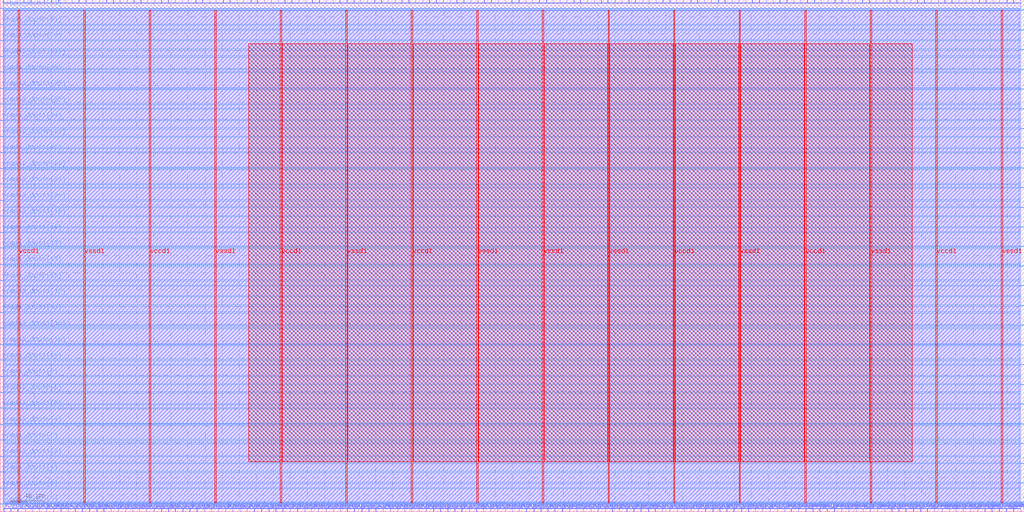
<source format=lef>
VERSION 5.7 ;
  NOWIREEXTENSIONATPIN ON ;
  DIVIDERCHAR "/" ;
  BUSBITCHARS "[]" ;
MACRO user_project
  CLASS BLOCK ;
  FOREIGN user_project ;
  ORIGIN 0.000 0.000 ;
  SIZE 1200.000 BY 600.000 ;
  PIN addrA0[0]
    DIRECTION OUTPUT TRISTATE ;
    USE SIGNAL ;
    PORT
      LAYER met2 ;
        RECT 52.070 596.000 52.350 600.000 ;
    END
  END addrA0[0]
  PIN addrA0[1]
    DIRECTION OUTPUT TRISTATE ;
    USE SIGNAL ;
    PORT
      LAYER met2 ;
        RECT 59.890 596.000 60.170 600.000 ;
    END
  END addrA0[1]
  PIN addrA0[2]
    DIRECTION OUTPUT TRISTATE ;
    USE SIGNAL ;
    PORT
      LAYER met2 ;
        RECT 68.170 596.000 68.450 600.000 ;
    END
  END addrA0[2]
  PIN addrA0[3]
    DIRECTION OUTPUT TRISTATE ;
    USE SIGNAL ;
    PORT
      LAYER met2 ;
        RECT 75.990 596.000 76.270 600.000 ;
    END
  END addrA0[3]
  PIN addrA0[4]
    DIRECTION OUTPUT TRISTATE ;
    USE SIGNAL ;
    PORT
      LAYER met2 ;
        RECT 84.270 596.000 84.550 600.000 ;
    END
  END addrA0[4]
  PIN addrA0[5]
    DIRECTION OUTPUT TRISTATE ;
    USE SIGNAL ;
    PORT
      LAYER met2 ;
        RECT 92.090 596.000 92.370 600.000 ;
    END
  END addrA0[5]
  PIN addrA0[6]
    DIRECTION OUTPUT TRISTATE ;
    USE SIGNAL ;
    PORT
      LAYER met2 ;
        RECT 100.370 596.000 100.650 600.000 ;
    END
  END addrA0[6]
  PIN addrA0[7]
    DIRECTION OUTPUT TRISTATE ;
    USE SIGNAL ;
    PORT
      LAYER met2 ;
        RECT 108.190 596.000 108.470 600.000 ;
    END
  END addrA0[7]
  PIN addrA1[0]
    DIRECTION OUTPUT TRISTATE ;
    USE SIGNAL ;
    PORT
      LAYER met2 ;
        RECT 116.470 596.000 116.750 600.000 ;
    END
  END addrA1[0]
  PIN addrA1[1]
    DIRECTION OUTPUT TRISTATE ;
    USE SIGNAL ;
    PORT
      LAYER met2 ;
        RECT 124.290 596.000 124.570 600.000 ;
    END
  END addrA1[1]
  PIN addrA1[2]
    DIRECTION OUTPUT TRISTATE ;
    USE SIGNAL ;
    PORT
      LAYER met2 ;
        RECT 132.570 596.000 132.850 600.000 ;
    END
  END addrA1[2]
  PIN addrA1[3]
    DIRECTION OUTPUT TRISTATE ;
    USE SIGNAL ;
    PORT
      LAYER met2 ;
        RECT 140.390 596.000 140.670 600.000 ;
    END
  END addrA1[3]
  PIN addrA1[4]
    DIRECTION OUTPUT TRISTATE ;
    USE SIGNAL ;
    PORT
      LAYER met2 ;
        RECT 148.670 596.000 148.950 600.000 ;
    END
  END addrA1[4]
  PIN addrA1[5]
    DIRECTION OUTPUT TRISTATE ;
    USE SIGNAL ;
    PORT
      LAYER met2 ;
        RECT 156.490 596.000 156.770 600.000 ;
    END
  END addrA1[5]
  PIN addrA1[6]
    DIRECTION OUTPUT TRISTATE ;
    USE SIGNAL ;
    PORT
      LAYER met2 ;
        RECT 164.770 596.000 165.050 600.000 ;
    END
  END addrA1[6]
  PIN addrA1[7]
    DIRECTION OUTPUT TRISTATE ;
    USE SIGNAL ;
    PORT
      LAYER met2 ;
        RECT 172.590 596.000 172.870 600.000 ;
    END
  END addrA1[7]
  PIN addrB0[0]
    DIRECTION OUTPUT TRISTATE ;
    USE SIGNAL ;
    PORT
      LAYER met2 ;
        RECT 470.670 596.000 470.950 600.000 ;
    END
  END addrB0[0]
  PIN addrB0[1]
    DIRECTION OUTPUT TRISTATE ;
    USE SIGNAL ;
    PORT
      LAYER met2 ;
        RECT 478.950 596.000 479.230 600.000 ;
    END
  END addrB0[1]
  PIN addrB0[2]
    DIRECTION OUTPUT TRISTATE ;
    USE SIGNAL ;
    PORT
      LAYER met2 ;
        RECT 486.770 596.000 487.050 600.000 ;
    END
  END addrB0[2]
  PIN addrB0[3]
    DIRECTION OUTPUT TRISTATE ;
    USE SIGNAL ;
    PORT
      LAYER met2 ;
        RECT 495.050 596.000 495.330 600.000 ;
    END
  END addrB0[3]
  PIN addrB0[4]
    DIRECTION OUTPUT TRISTATE ;
    USE SIGNAL ;
    PORT
      LAYER met2 ;
        RECT 502.870 596.000 503.150 600.000 ;
    END
  END addrB0[4]
  PIN addrB0[5]
    DIRECTION OUTPUT TRISTATE ;
    USE SIGNAL ;
    PORT
      LAYER met2 ;
        RECT 511.150 596.000 511.430 600.000 ;
    END
  END addrB0[5]
  PIN addrB0[6]
    DIRECTION OUTPUT TRISTATE ;
    USE SIGNAL ;
    PORT
      LAYER met2 ;
        RECT 518.970 596.000 519.250 600.000 ;
    END
  END addrB0[6]
  PIN addrB0[7]
    DIRECTION OUTPUT TRISTATE ;
    USE SIGNAL ;
    PORT
      LAYER met2 ;
        RECT 527.250 596.000 527.530 600.000 ;
    END
  END addrB0[7]
  PIN addrB0[8]
    DIRECTION OUTPUT TRISTATE ;
    USE SIGNAL ;
    PORT
      LAYER met2 ;
        RECT 535.070 596.000 535.350 600.000 ;
    END
  END addrB0[8]
  PIN addrB1[0]
    DIRECTION OUTPUT TRISTATE ;
    USE SIGNAL ;
    PORT
      LAYER met2 ;
        RECT 543.350 596.000 543.630 600.000 ;
    END
  END addrB1[0]
  PIN addrB1[1]
    DIRECTION OUTPUT TRISTATE ;
    USE SIGNAL ;
    PORT
      LAYER met2 ;
        RECT 551.170 596.000 551.450 600.000 ;
    END
  END addrB1[1]
  PIN addrB1[2]
    DIRECTION OUTPUT TRISTATE ;
    USE SIGNAL ;
    PORT
      LAYER met2 ;
        RECT 559.450 596.000 559.730 600.000 ;
    END
  END addrB1[2]
  PIN addrB1[3]
    DIRECTION OUTPUT TRISTATE ;
    USE SIGNAL ;
    PORT
      LAYER met2 ;
        RECT 567.270 596.000 567.550 600.000 ;
    END
  END addrB1[3]
  PIN addrB1[4]
    DIRECTION OUTPUT TRISTATE ;
    USE SIGNAL ;
    PORT
      LAYER met2 ;
        RECT 575.550 596.000 575.830 600.000 ;
    END
  END addrB1[4]
  PIN addrB1[5]
    DIRECTION OUTPUT TRISTATE ;
    USE SIGNAL ;
    PORT
      LAYER met2 ;
        RECT 583.370 596.000 583.650 600.000 ;
    END
  END addrB1[5]
  PIN addrB1[6]
    DIRECTION OUTPUT TRISTATE ;
    USE SIGNAL ;
    PORT
      LAYER met2 ;
        RECT 591.650 596.000 591.930 600.000 ;
    END
  END addrB1[6]
  PIN addrB1[7]
    DIRECTION OUTPUT TRISTATE ;
    USE SIGNAL ;
    PORT
      LAYER met2 ;
        RECT 599.470 596.000 599.750 600.000 ;
    END
  END addrB1[7]
  PIN addrB1[8]
    DIRECTION OUTPUT TRISTATE ;
    USE SIGNAL ;
    PORT
      LAYER met2 ;
        RECT 607.750 596.000 608.030 600.000 ;
    END
  END addrB1[8]
  PIN csbA0
    DIRECTION OUTPUT TRISTATE ;
    USE SIGNAL ;
    PORT
      LAYER met2 ;
        RECT 35.970 596.000 36.250 600.000 ;
    END
  END csbA0
  PIN csbA1
    DIRECTION OUTPUT TRISTATE ;
    USE SIGNAL ;
    PORT
      LAYER met2 ;
        RECT 43.790 596.000 44.070 600.000 ;
    END
  END csbA1
  PIN csbB0
    DIRECTION OUTPUT TRISTATE ;
    USE SIGNAL ;
    PORT
      LAYER met2 ;
        RECT 3.770 596.000 4.050 600.000 ;
    END
  END csbB0
  PIN csbB1
    DIRECTION OUTPUT TRISTATE ;
    USE SIGNAL ;
    PORT
      LAYER met2 ;
        RECT 11.590 596.000 11.870 600.000 ;
    END
  END csbB1
  PIN dinA0[0]
    DIRECTION OUTPUT TRISTATE ;
    USE SIGNAL ;
    PORT
      LAYER met2 ;
        RECT 180.870 596.000 181.150 600.000 ;
    END
  END dinA0[0]
  PIN dinA0[10]
    DIRECTION OUTPUT TRISTATE ;
    USE SIGNAL ;
    PORT
      LAYER met2 ;
        RECT 261.370 596.000 261.650 600.000 ;
    END
  END dinA0[10]
  PIN dinA0[11]
    DIRECTION OUTPUT TRISTATE ;
    USE SIGNAL ;
    PORT
      LAYER met2 ;
        RECT 269.190 596.000 269.470 600.000 ;
    END
  END dinA0[11]
  PIN dinA0[12]
    DIRECTION OUTPUT TRISTATE ;
    USE SIGNAL ;
    PORT
      LAYER met2 ;
        RECT 277.470 596.000 277.750 600.000 ;
    END
  END dinA0[12]
  PIN dinA0[13]
    DIRECTION OUTPUT TRISTATE ;
    USE SIGNAL ;
    PORT
      LAYER met2 ;
        RECT 285.290 596.000 285.570 600.000 ;
    END
  END dinA0[13]
  PIN dinA0[14]
    DIRECTION OUTPUT TRISTATE ;
    USE SIGNAL ;
    PORT
      LAYER met2 ;
        RECT 293.570 596.000 293.850 600.000 ;
    END
  END dinA0[14]
  PIN dinA0[15]
    DIRECTION OUTPUT TRISTATE ;
    USE SIGNAL ;
    PORT
      LAYER met2 ;
        RECT 301.390 596.000 301.670 600.000 ;
    END
  END dinA0[15]
  PIN dinA0[16]
    DIRECTION OUTPUT TRISTATE ;
    USE SIGNAL ;
    PORT
      LAYER met2 ;
        RECT 309.670 596.000 309.950 600.000 ;
    END
  END dinA0[16]
  PIN dinA0[17]
    DIRECTION OUTPUT TRISTATE ;
    USE SIGNAL ;
    PORT
      LAYER met2 ;
        RECT 317.490 596.000 317.770 600.000 ;
    END
  END dinA0[17]
  PIN dinA0[18]
    DIRECTION OUTPUT TRISTATE ;
    USE SIGNAL ;
    PORT
      LAYER met2 ;
        RECT 325.770 596.000 326.050 600.000 ;
    END
  END dinA0[18]
  PIN dinA0[19]
    DIRECTION OUTPUT TRISTATE ;
    USE SIGNAL ;
    PORT
      LAYER met2 ;
        RECT 333.590 596.000 333.870 600.000 ;
    END
  END dinA0[19]
  PIN dinA0[1]
    DIRECTION OUTPUT TRISTATE ;
    USE SIGNAL ;
    PORT
      LAYER met2 ;
        RECT 188.690 596.000 188.970 600.000 ;
    END
  END dinA0[1]
  PIN dinA0[20]
    DIRECTION OUTPUT TRISTATE ;
    USE SIGNAL ;
    PORT
      LAYER met2 ;
        RECT 341.870 596.000 342.150 600.000 ;
    END
  END dinA0[20]
  PIN dinA0[21]
    DIRECTION OUTPUT TRISTATE ;
    USE SIGNAL ;
    PORT
      LAYER met2 ;
        RECT 349.690 596.000 349.970 600.000 ;
    END
  END dinA0[21]
  PIN dinA0[22]
    DIRECTION OUTPUT TRISTATE ;
    USE SIGNAL ;
    PORT
      LAYER met2 ;
        RECT 357.970 596.000 358.250 600.000 ;
    END
  END dinA0[22]
  PIN dinA0[23]
    DIRECTION OUTPUT TRISTATE ;
    USE SIGNAL ;
    PORT
      LAYER met2 ;
        RECT 365.790 596.000 366.070 600.000 ;
    END
  END dinA0[23]
  PIN dinA0[24]
    DIRECTION OUTPUT TRISTATE ;
    USE SIGNAL ;
    PORT
      LAYER met2 ;
        RECT 374.070 596.000 374.350 600.000 ;
    END
  END dinA0[24]
  PIN dinA0[25]
    DIRECTION OUTPUT TRISTATE ;
    USE SIGNAL ;
    PORT
      LAYER met2 ;
        RECT 381.890 596.000 382.170 600.000 ;
    END
  END dinA0[25]
  PIN dinA0[26]
    DIRECTION OUTPUT TRISTATE ;
    USE SIGNAL ;
    PORT
      LAYER met2 ;
        RECT 390.170 596.000 390.450 600.000 ;
    END
  END dinA0[26]
  PIN dinA0[27]
    DIRECTION OUTPUT TRISTATE ;
    USE SIGNAL ;
    PORT
      LAYER met2 ;
        RECT 397.990 596.000 398.270 600.000 ;
    END
  END dinA0[27]
  PIN dinA0[28]
    DIRECTION OUTPUT TRISTATE ;
    USE SIGNAL ;
    PORT
      LAYER met2 ;
        RECT 406.270 596.000 406.550 600.000 ;
    END
  END dinA0[28]
  PIN dinA0[29]
    DIRECTION OUTPUT TRISTATE ;
    USE SIGNAL ;
    PORT
      LAYER met2 ;
        RECT 414.550 596.000 414.830 600.000 ;
    END
  END dinA0[29]
  PIN dinA0[2]
    DIRECTION OUTPUT TRISTATE ;
    USE SIGNAL ;
    PORT
      LAYER met2 ;
        RECT 196.970 596.000 197.250 600.000 ;
    END
  END dinA0[2]
  PIN dinA0[30]
    DIRECTION OUTPUT TRISTATE ;
    USE SIGNAL ;
    PORT
      LAYER met2 ;
        RECT 422.370 596.000 422.650 600.000 ;
    END
  END dinA0[30]
  PIN dinA0[31]
    DIRECTION OUTPUT TRISTATE ;
    USE SIGNAL ;
    PORT
      LAYER met2 ;
        RECT 430.650 596.000 430.930 600.000 ;
    END
  END dinA0[31]
  PIN dinA0[3]
    DIRECTION OUTPUT TRISTATE ;
    USE SIGNAL ;
    PORT
      LAYER met2 ;
        RECT 204.790 596.000 205.070 600.000 ;
    END
  END dinA0[3]
  PIN dinA0[4]
    DIRECTION OUTPUT TRISTATE ;
    USE SIGNAL ;
    PORT
      LAYER met2 ;
        RECT 213.070 596.000 213.350 600.000 ;
    END
  END dinA0[4]
  PIN dinA0[5]
    DIRECTION OUTPUT TRISTATE ;
    USE SIGNAL ;
    PORT
      LAYER met2 ;
        RECT 220.890 596.000 221.170 600.000 ;
    END
  END dinA0[5]
  PIN dinA0[6]
    DIRECTION OUTPUT TRISTATE ;
    USE SIGNAL ;
    PORT
      LAYER met2 ;
        RECT 229.170 596.000 229.450 600.000 ;
    END
  END dinA0[6]
  PIN dinA0[7]
    DIRECTION OUTPUT TRISTATE ;
    USE SIGNAL ;
    PORT
      LAYER met2 ;
        RECT 236.990 596.000 237.270 600.000 ;
    END
  END dinA0[7]
  PIN dinA0[8]
    DIRECTION OUTPUT TRISTATE ;
    USE SIGNAL ;
    PORT
      LAYER met2 ;
        RECT 245.270 596.000 245.550 600.000 ;
    END
  END dinA0[8]
  PIN dinA0[9]
    DIRECTION OUTPUT TRISTATE ;
    USE SIGNAL ;
    PORT
      LAYER met2 ;
        RECT 253.090 596.000 253.370 600.000 ;
    END
  END dinA0[9]
  PIN dinB0[0]
    DIRECTION OUTPUT TRISTATE ;
    USE SIGNAL ;
    PORT
      LAYER met2 ;
        RECT 615.570 596.000 615.850 600.000 ;
    END
  END dinB0[0]
  PIN dinB0[10]
    DIRECTION OUTPUT TRISTATE ;
    USE SIGNAL ;
    PORT
      LAYER met2 ;
        RECT 696.070 596.000 696.350 600.000 ;
    END
  END dinB0[10]
  PIN dinB0[11]
    DIRECTION OUTPUT TRISTATE ;
    USE SIGNAL ;
    PORT
      LAYER met2 ;
        RECT 704.350 596.000 704.630 600.000 ;
    END
  END dinB0[11]
  PIN dinB0[12]
    DIRECTION OUTPUT TRISTATE ;
    USE SIGNAL ;
    PORT
      LAYER met2 ;
        RECT 712.170 596.000 712.450 600.000 ;
    END
  END dinB0[12]
  PIN dinB0[13]
    DIRECTION OUTPUT TRISTATE ;
    USE SIGNAL ;
    PORT
      LAYER met2 ;
        RECT 720.450 596.000 720.730 600.000 ;
    END
  END dinB0[13]
  PIN dinB0[14]
    DIRECTION OUTPUT TRISTATE ;
    USE SIGNAL ;
    PORT
      LAYER met2 ;
        RECT 728.270 596.000 728.550 600.000 ;
    END
  END dinB0[14]
  PIN dinB0[15]
    DIRECTION OUTPUT TRISTATE ;
    USE SIGNAL ;
    PORT
      LAYER met2 ;
        RECT 736.550 596.000 736.830 600.000 ;
    END
  END dinB0[15]
  PIN dinB0[16]
    DIRECTION OUTPUT TRISTATE ;
    USE SIGNAL ;
    PORT
      LAYER met2 ;
        RECT 744.370 596.000 744.650 600.000 ;
    END
  END dinB0[16]
  PIN dinB0[17]
    DIRECTION OUTPUT TRISTATE ;
    USE SIGNAL ;
    PORT
      LAYER met2 ;
        RECT 752.650 596.000 752.930 600.000 ;
    END
  END dinB0[17]
  PIN dinB0[18]
    DIRECTION OUTPUT TRISTATE ;
    USE SIGNAL ;
    PORT
      LAYER met2 ;
        RECT 760.470 596.000 760.750 600.000 ;
    END
  END dinB0[18]
  PIN dinB0[19]
    DIRECTION OUTPUT TRISTATE ;
    USE SIGNAL ;
    PORT
      LAYER met2 ;
        RECT 768.750 596.000 769.030 600.000 ;
    END
  END dinB0[19]
  PIN dinB0[1]
    DIRECTION OUTPUT TRISTATE ;
    USE SIGNAL ;
    PORT
      LAYER met2 ;
        RECT 623.850 596.000 624.130 600.000 ;
    END
  END dinB0[1]
  PIN dinB0[20]
    DIRECTION OUTPUT TRISTATE ;
    USE SIGNAL ;
    PORT
      LAYER met2 ;
        RECT 776.570 596.000 776.850 600.000 ;
    END
  END dinB0[20]
  PIN dinB0[21]
    DIRECTION OUTPUT TRISTATE ;
    USE SIGNAL ;
    PORT
      LAYER met2 ;
        RECT 784.850 596.000 785.130 600.000 ;
    END
  END dinB0[21]
  PIN dinB0[22]
    DIRECTION OUTPUT TRISTATE ;
    USE SIGNAL ;
    PORT
      LAYER met2 ;
        RECT 792.670 596.000 792.950 600.000 ;
    END
  END dinB0[22]
  PIN dinB0[23]
    DIRECTION OUTPUT TRISTATE ;
    USE SIGNAL ;
    PORT
      LAYER met2 ;
        RECT 800.950 596.000 801.230 600.000 ;
    END
  END dinB0[23]
  PIN dinB0[24]
    DIRECTION OUTPUT TRISTATE ;
    USE SIGNAL ;
    PORT
      LAYER met2 ;
        RECT 809.230 596.000 809.510 600.000 ;
    END
  END dinB0[24]
  PIN dinB0[25]
    DIRECTION OUTPUT TRISTATE ;
    USE SIGNAL ;
    PORT
      LAYER met2 ;
        RECT 817.050 596.000 817.330 600.000 ;
    END
  END dinB0[25]
  PIN dinB0[26]
    DIRECTION OUTPUT TRISTATE ;
    USE SIGNAL ;
    PORT
      LAYER met2 ;
        RECT 825.330 596.000 825.610 600.000 ;
    END
  END dinB0[26]
  PIN dinB0[27]
    DIRECTION OUTPUT TRISTATE ;
    USE SIGNAL ;
    PORT
      LAYER met2 ;
        RECT 833.150 596.000 833.430 600.000 ;
    END
  END dinB0[27]
  PIN dinB0[28]
    DIRECTION OUTPUT TRISTATE ;
    USE SIGNAL ;
    PORT
      LAYER met2 ;
        RECT 841.430 596.000 841.710 600.000 ;
    END
  END dinB0[28]
  PIN dinB0[29]
    DIRECTION OUTPUT TRISTATE ;
    USE SIGNAL ;
    PORT
      LAYER met2 ;
        RECT 849.250 596.000 849.530 600.000 ;
    END
  END dinB0[29]
  PIN dinB0[2]
    DIRECTION OUTPUT TRISTATE ;
    USE SIGNAL ;
    PORT
      LAYER met2 ;
        RECT 631.670 596.000 631.950 600.000 ;
    END
  END dinB0[2]
  PIN dinB0[30]
    DIRECTION OUTPUT TRISTATE ;
    USE SIGNAL ;
    PORT
      LAYER met2 ;
        RECT 857.530 596.000 857.810 600.000 ;
    END
  END dinB0[30]
  PIN dinB0[31]
    DIRECTION OUTPUT TRISTATE ;
    USE SIGNAL ;
    PORT
      LAYER met2 ;
        RECT 865.350 596.000 865.630 600.000 ;
    END
  END dinB0[31]
  PIN dinB0[3]
    DIRECTION OUTPUT TRISTATE ;
    USE SIGNAL ;
    PORT
      LAYER met2 ;
        RECT 639.950 596.000 640.230 600.000 ;
    END
  END dinB0[3]
  PIN dinB0[4]
    DIRECTION OUTPUT TRISTATE ;
    USE SIGNAL ;
    PORT
      LAYER met2 ;
        RECT 647.770 596.000 648.050 600.000 ;
    END
  END dinB0[4]
  PIN dinB0[5]
    DIRECTION OUTPUT TRISTATE ;
    USE SIGNAL ;
    PORT
      LAYER met2 ;
        RECT 656.050 596.000 656.330 600.000 ;
    END
  END dinB0[5]
  PIN dinB0[6]
    DIRECTION OUTPUT TRISTATE ;
    USE SIGNAL ;
    PORT
      LAYER met2 ;
        RECT 663.870 596.000 664.150 600.000 ;
    END
  END dinB0[6]
  PIN dinB0[7]
    DIRECTION OUTPUT TRISTATE ;
    USE SIGNAL ;
    PORT
      LAYER met2 ;
        RECT 672.150 596.000 672.430 600.000 ;
    END
  END dinB0[7]
  PIN dinB0[8]
    DIRECTION OUTPUT TRISTATE ;
    USE SIGNAL ;
    PORT
      LAYER met2 ;
        RECT 679.970 596.000 680.250 600.000 ;
    END
  END dinB0[8]
  PIN dinB0[9]
    DIRECTION OUTPUT TRISTATE ;
    USE SIGNAL ;
    PORT
      LAYER met2 ;
        RECT 688.250 596.000 688.530 600.000 ;
    END
  END dinB0[9]
  PIN sram12_dout0[0]
    DIRECTION INPUT ;
    USE SIGNAL ;
    PORT
      LAYER met2 ;
        RECT 913.650 596.000 913.930 600.000 ;
    END
  END sram12_dout0[0]
  PIN sram12_dout0[10]
    DIRECTION INPUT ;
    USE SIGNAL ;
    PORT
      LAYER met3 ;
        RECT 0.000 195.880 4.000 196.480 ;
    END
  END sram12_dout0[10]
  PIN sram12_dout0[11]
    DIRECTION INPUT ;
    USE SIGNAL ;
    PORT
      LAYER met3 ;
        RECT 1196.000 287.680 1200.000 288.280 ;
    END
  END sram12_dout0[11]
  PIN sram12_dout0[12]
    DIRECTION INPUT ;
    USE SIGNAL ;
    PORT
      LAYER met2 ;
        RECT 1002.430 596.000 1002.710 600.000 ;
    END
  END sram12_dout0[12]
  PIN sram12_dout0[13]
    DIRECTION INPUT ;
    USE SIGNAL ;
    PORT
      LAYER met2 ;
        RECT 1036.470 0.000 1036.750 4.000 ;
    END
  END sram12_dout0[13]
  PIN sram12_dout0[14]
    DIRECTION INPUT ;
    USE SIGNAL ;
    PORT
      LAYER met2 ;
        RECT 1034.630 596.000 1034.910 600.000 ;
    END
  END sram12_dout0[14]
  PIN sram12_dout0[15]
    DIRECTION INPUT ;
    USE SIGNAL ;
    PORT
      LAYER met2 ;
        RECT 1061.310 0.000 1061.590 4.000 ;
    END
  END sram12_dout0[15]
  PIN sram12_dout0[16]
    DIRECTION INPUT ;
    USE SIGNAL ;
    PORT
      LAYER met2 ;
        RECT 1042.450 596.000 1042.730 600.000 ;
    END
  END sram12_dout0[16]
  PIN sram12_dout0[17]
    DIRECTION INPUT ;
    USE SIGNAL ;
    PORT
      LAYER met2 ;
        RECT 1050.730 596.000 1051.010 600.000 ;
    END
  END sram12_dout0[17]
  PIN sram12_dout0[18]
    DIRECTION INPUT ;
    USE SIGNAL ;
    PORT
      LAYER met3 ;
        RECT 1196.000 379.480 1200.000 380.080 ;
    END
  END sram12_dout0[18]
  PIN sram12_dout0[19]
    DIRECTION INPUT ;
    USE SIGNAL ;
    PORT
      LAYER met2 ;
        RECT 1111.910 0.000 1112.190 4.000 ;
    END
  END sram12_dout0[19]
  PIN sram12_dout0[1]
    DIRECTION INPUT ;
    USE SIGNAL ;
    PORT
      LAYER met2 ;
        RECT 902.150 0.000 902.430 4.000 ;
    END
  END sram12_dout0[1]
  PIN sram12_dout0[20]
    DIRECTION INPUT ;
    USE SIGNAL ;
    PORT
      LAYER met2 ;
        RECT 1074.650 596.000 1074.930 600.000 ;
    END
  END sram12_dout0[20]
  PIN sram12_dout0[21]
    DIRECTION INPUT ;
    USE SIGNAL ;
    PORT
      LAYER met3 ;
        RECT 0.000 383.560 4.000 384.160 ;
    END
  END sram12_dout0[21]
  PIN sram12_dout0[22]
    DIRECTION INPUT ;
    USE SIGNAL ;
    PORT
      LAYER met3 ;
        RECT 0.000 401.920 4.000 402.520 ;
    END
  END sram12_dout0[22]
  PIN sram12_dout0[23]
    DIRECTION INPUT ;
    USE SIGNAL ;
    PORT
      LAYER met3 ;
        RECT 0.000 439.320 4.000 439.920 ;
    END
  END sram12_dout0[23]
  PIN sram12_dout0[24]
    DIRECTION INPUT ;
    USE SIGNAL ;
    PORT
      LAYER met2 ;
        RECT 1153.770 0.000 1154.050 4.000 ;
    END
  END sram12_dout0[24]
  PIN sram12_dout0[25]
    DIRECTION INPUT ;
    USE SIGNAL ;
    PORT
      LAYER met3 ;
        RECT 0.000 477.400 4.000 478.000 ;
    END
  END sram12_dout0[25]
  PIN sram12_dout0[26]
    DIRECTION INPUT ;
    USE SIGNAL ;
    PORT
      LAYER met2 ;
        RECT 1139.050 596.000 1139.330 600.000 ;
    END
  END sram12_dout0[26]
  PIN sram12_dout0[27]
    DIRECTION INPUT ;
    USE SIGNAL ;
    PORT
      LAYER met2 ;
        RECT 1155.150 596.000 1155.430 600.000 ;
    END
  END sram12_dout0[27]
  PIN sram12_dout0[28]
    DIRECTION INPUT ;
    USE SIGNAL ;
    PORT
      LAYER met2 ;
        RECT 1170.790 0.000 1171.070 4.000 ;
    END
  END sram12_dout0[28]
  PIN sram12_dout0[29]
    DIRECTION INPUT ;
    USE SIGNAL ;
    PORT
      LAYER met2 ;
        RECT 1187.350 0.000 1187.630 4.000 ;
    END
  END sram12_dout0[29]
  PIN sram12_dout0[2]
    DIRECTION INPUT ;
    USE SIGNAL ;
    PORT
      LAYER met2 ;
        RECT 918.710 0.000 918.990 4.000 ;
    END
  END sram12_dout0[2]
  PIN sram12_dout0[30]
    DIRECTION INPUT ;
    USE SIGNAL ;
    PORT
      LAYER met2 ;
        RECT 1187.350 596.000 1187.630 600.000 ;
    END
  END sram12_dout0[30]
  PIN sram12_dout0[31]
    DIRECTION INPUT ;
    USE SIGNAL ;
    PORT
      LAYER met3 ;
        RECT 1196.000 587.560 1200.000 588.160 ;
    END
  END sram12_dout0[31]
  PIN sram12_dout0[3]
    DIRECTION INPUT ;
    USE SIGNAL ;
    PORT
      LAYER met2 ;
        RECT 938.030 596.000 938.310 600.000 ;
    END
  END sram12_dout0[3]
  PIN sram12_dout0[4]
    DIRECTION INPUT ;
    USE SIGNAL ;
    PORT
      LAYER met3 ;
        RECT 0.000 102.040 4.000 102.640 ;
    END
  END sram12_dout0[4]
  PIN sram12_dout0[5]
    DIRECTION INPUT ;
    USE SIGNAL ;
    PORT
      LAYER met2 ;
        RECT 960.570 0.000 960.850 4.000 ;
    END
  END sram12_dout0[5]
  PIN sram12_dout0[6]
    DIRECTION INPUT ;
    USE SIGNAL ;
    PORT
      LAYER met3 ;
        RECT 0.000 139.440 4.000 140.040 ;
    END
  END sram12_dout0[6]
  PIN sram12_dout0[7]
    DIRECTION INPUT ;
    USE SIGNAL ;
    PORT
      LAYER met2 ;
        RECT 985.870 0.000 986.150 4.000 ;
    END
  END sram12_dout0[7]
  PIN sram12_dout0[8]
    DIRECTION INPUT ;
    USE SIGNAL ;
    PORT
      LAYER met2 ;
        RECT 970.230 596.000 970.510 600.000 ;
    END
  END sram12_dout0[8]
  PIN sram12_dout0[9]
    DIRECTION INPUT ;
    USE SIGNAL ;
    PORT
      LAYER met2 ;
        RECT 978.050 596.000 978.330 600.000 ;
    END
  END sram12_dout0[9]
  PIN sram12_dout1[0]
    DIRECTION INPUT ;
    USE SIGNAL ;
    PORT
      LAYER met2 ;
        RECT 921.930 596.000 922.210 600.000 ;
    END
  END sram12_dout1[0]
  PIN sram12_dout1[10]
    DIRECTION INPUT ;
    USE SIGNAL ;
    PORT
      LAYER met3 ;
        RECT 0.000 214.920 4.000 215.520 ;
    END
  END sram12_dout1[10]
  PIN sram12_dout1[11]
    DIRECTION INPUT ;
    USE SIGNAL ;
    PORT
      LAYER met2 ;
        RECT 994.150 596.000 994.430 600.000 ;
    END
  END sram12_dout1[11]
  PIN sram12_dout1[12]
    DIRECTION INPUT ;
    USE SIGNAL ;
    PORT
      LAYER met2 ;
        RECT 1010.250 596.000 1010.530 600.000 ;
    END
  END sram12_dout1[12]
  PIN sram12_dout1[13]
    DIRECTION INPUT ;
    USE SIGNAL ;
    PORT
      LAYER met3 ;
        RECT 0.000 252.320 4.000 252.920 ;
    END
  END sram12_dout1[13]
  PIN sram12_dout1[14]
    DIRECTION INPUT ;
    USE SIGNAL ;
    PORT
      LAYER met3 ;
        RECT 1196.000 310.800 1200.000 311.400 ;
    END
  END sram12_dout1[14]
  PIN sram12_dout1[15]
    DIRECTION INPUT ;
    USE SIGNAL ;
    PORT
      LAYER met3 ;
        RECT 1196.000 333.240 1200.000 333.840 ;
    END
  END sram12_dout1[15]
  PIN sram12_dout1[16]
    DIRECTION INPUT ;
    USE SIGNAL ;
    PORT
      LAYER met2 ;
        RECT 1078.330 0.000 1078.610 4.000 ;
    END
  END sram12_dout1[16]
  PIN sram12_dout1[17]
    DIRECTION INPUT ;
    USE SIGNAL ;
    PORT
      LAYER met2 ;
        RECT 1086.610 0.000 1086.890 4.000 ;
    END
  END sram12_dout1[17]
  PIN sram12_dout1[18]
    DIRECTION INPUT ;
    USE SIGNAL ;
    PORT
      LAYER met2 ;
        RECT 1066.830 596.000 1067.110 600.000 ;
    END
  END sram12_dout1[18]
  PIN sram12_dout1[19]
    DIRECTION INPUT ;
    USE SIGNAL ;
    PORT
      LAYER met3 ;
        RECT 0.000 346.160 4.000 346.760 ;
    END
  END sram12_dout1[19]
  PIN sram12_dout1[1]
    DIRECTION INPUT ;
    USE SIGNAL ;
    PORT
      LAYER met3 ;
        RECT 1196.000 33.360 1200.000 33.960 ;
    END
  END sram12_dout1[1]
  PIN sram12_dout1[20]
    DIRECTION INPUT ;
    USE SIGNAL ;
    PORT
      LAYER met3 ;
        RECT 0.000 364.520 4.000 365.120 ;
    END
  END sram12_dout1[20]
  PIN sram12_dout1[21]
    DIRECTION INPUT ;
    USE SIGNAL ;
    PORT
      LAYER met2 ;
        RECT 1128.470 0.000 1128.750 4.000 ;
    END
  END sram12_dout1[21]
  PIN sram12_dout1[22]
    DIRECTION INPUT ;
    USE SIGNAL ;
    PORT
      LAYER met2 ;
        RECT 1106.850 596.000 1107.130 600.000 ;
    END
  END sram12_dout1[22]
  PIN sram12_dout1[23]
    DIRECTION INPUT ;
    USE SIGNAL ;
    PORT
      LAYER met2 ;
        RECT 1115.130 596.000 1115.410 600.000 ;
    END
  END sram12_dout1[23]
  PIN sram12_dout1[24]
    DIRECTION INPUT ;
    USE SIGNAL ;
    PORT
      LAYER met2 ;
        RECT 1122.950 596.000 1123.230 600.000 ;
    END
  END sram12_dout1[24]
  PIN sram12_dout1[25]
    DIRECTION INPUT ;
    USE SIGNAL ;
    PORT
      LAYER met3 ;
        RECT 0.000 495.760 4.000 496.360 ;
    END
  END sram12_dout1[25]
  PIN sram12_dout1[26]
    DIRECTION INPUT ;
    USE SIGNAL ;
    PORT
      LAYER met3 ;
        RECT 1196.000 518.200 1200.000 518.800 ;
    END
  END sram12_dout1[26]
  PIN sram12_dout1[27]
    DIRECTION INPUT ;
    USE SIGNAL ;
    PORT
      LAYER met2 ;
        RECT 1163.430 596.000 1163.710 600.000 ;
    END
  END sram12_dout1[27]
  PIN sram12_dout1[28]
    DIRECTION INPUT ;
    USE SIGNAL ;
    PORT
      LAYER met2 ;
        RECT 1179.070 0.000 1179.350 4.000 ;
    END
  END sram12_dout1[28]
  PIN sram12_dout1[29]
    DIRECTION INPUT ;
    USE SIGNAL ;
    PORT
      LAYER met3 ;
        RECT 0.000 533.160 4.000 533.760 ;
    END
  END sram12_dout1[29]
  PIN sram12_dout1[2]
    DIRECTION INPUT ;
    USE SIGNAL ;
    PORT
      LAYER met3 ;
        RECT 0.000 64.640 4.000 65.240 ;
    END
  END sram12_dout1[2]
  PIN sram12_dout1[30]
    DIRECTION INPUT ;
    USE SIGNAL ;
    PORT
      LAYER met3 ;
        RECT 1196.000 564.440 1200.000 565.040 ;
    END
  END sram12_dout1[30]
  PIN sram12_dout1[31]
    DIRECTION INPUT ;
    USE SIGNAL ;
    PORT
      LAYER met2 ;
        RECT 1195.630 596.000 1195.910 600.000 ;
    END
  END sram12_dout1[31]
  PIN sram12_dout1[3]
    DIRECTION INPUT ;
    USE SIGNAL ;
    PORT
      LAYER met2 ;
        RECT 935.730 0.000 936.010 4.000 ;
    END
  END sram12_dout1[3]
  PIN sram12_dout1[4]
    DIRECTION INPUT ;
    USE SIGNAL ;
    PORT
      LAYER met2 ;
        RECT 944.010 0.000 944.290 4.000 ;
    END
  END sram12_dout1[4]
  PIN sram12_dout1[5]
    DIRECTION INPUT ;
    USE SIGNAL ;
    PORT
      LAYER met3 ;
        RECT 0.000 121.080 4.000 121.680 ;
    END
  END sram12_dout1[5]
  PIN sram12_dout1[6]
    DIRECTION INPUT ;
    USE SIGNAL ;
    PORT
      LAYER met2 ;
        RECT 961.950 596.000 962.230 600.000 ;
    END
  END sram12_dout1[6]
  PIN sram12_dout1[7]
    DIRECTION INPUT ;
    USE SIGNAL ;
    PORT
      LAYER met3 ;
        RECT 1196.000 172.080 1200.000 172.680 ;
    END
  END sram12_dout1[7]
  PIN sram12_dout1[8]
    DIRECTION INPUT ;
    USE SIGNAL ;
    PORT
      LAYER met3 ;
        RECT 1196.000 195.200 1200.000 195.800 ;
    END
  END sram12_dout1[8]
  PIN sram12_dout1[9]
    DIRECTION INPUT ;
    USE SIGNAL ;
    PORT
      LAYER met2 ;
        RECT 1011.170 0.000 1011.450 4.000 ;
    END
  END sram12_dout1[9]
  PIN sram1_dout0[0]
    DIRECTION INPUT ;
    USE SIGNAL ;
    PORT
      LAYER met3 ;
        RECT 0.000 8.880 4.000 9.480 ;
    END
  END sram1_dout0[0]
  PIN sram1_dout0[10]
    DIRECTION INPUT ;
    USE SIGNAL ;
    PORT
      LAYER met2 ;
        RECT 986.330 596.000 986.610 600.000 ;
    END
  END sram1_dout0[10]
  PIN sram1_dout0[11]
    DIRECTION INPUT ;
    USE SIGNAL ;
    PORT
      LAYER met3 ;
        RECT 1196.000 241.440 1200.000 242.040 ;
    END
  END sram1_dout0[11]
  PIN sram1_dout0[12]
    DIRECTION INPUT ;
    USE SIGNAL ;
    PORT
      LAYER met2 ;
        RECT 1019.450 0.000 1019.730 4.000 ;
    END
  END sram1_dout0[12]
  PIN sram1_dout0[13]
    DIRECTION INPUT ;
    USE SIGNAL ;
    PORT
      LAYER met2 ;
        RECT 1018.530 596.000 1018.810 600.000 ;
    END
  END sram1_dout0[13]
  PIN sram1_dout0[14]
    DIRECTION INPUT ;
    USE SIGNAL ;
    PORT
      LAYER met2 ;
        RECT 1026.350 596.000 1026.630 600.000 ;
    END
  END sram1_dout0[14]
  PIN sram1_dout0[15]
    DIRECTION INPUT ;
    USE SIGNAL ;
    PORT
      LAYER met3 ;
        RECT 0.000 270.680 4.000 271.280 ;
    END
  END sram1_dout0[15]
  PIN sram1_dout0[16]
    DIRECTION INPUT ;
    USE SIGNAL ;
    PORT
      LAYER met3 ;
        RECT 1196.000 356.360 1200.000 356.960 ;
    END
  END sram1_dout0[16]
  PIN sram1_dout0[17]
    DIRECTION INPUT ;
    USE SIGNAL ;
    PORT
      LAYER met3 ;
        RECT 0.000 289.720 4.000 290.320 ;
    END
  END sram1_dout0[17]
  PIN sram1_dout0[18]
    DIRECTION INPUT ;
    USE SIGNAL ;
    PORT
      LAYER met2 ;
        RECT 1094.890 0.000 1095.170 4.000 ;
    END
  END sram1_dout0[18]
  PIN sram1_dout0[19]
    DIRECTION INPUT ;
    USE SIGNAL ;
    PORT
      LAYER met2 ;
        RECT 1103.630 0.000 1103.910 4.000 ;
    END
  END sram1_dout0[19]
  PIN sram1_dout0[1]
    DIRECTION INPUT ;
    USE SIGNAL ;
    PORT
      LAYER met3 ;
        RECT 0.000 27.240 4.000 27.840 ;
    END
  END sram1_dout0[1]
  PIN sram1_dout0[20]
    DIRECTION INPUT ;
    USE SIGNAL ;
    PORT
      LAYER met2 ;
        RECT 1120.190 0.000 1120.470 4.000 ;
    END
  END sram1_dout0[20]
  PIN sram1_dout0[21]
    DIRECTION INPUT ;
    USE SIGNAL ;
    PORT
      LAYER met3 ;
        RECT 1196.000 425.720 1200.000 426.320 ;
    END
  END sram1_dout0[21]
  PIN sram1_dout0[22]
    DIRECTION INPUT ;
    USE SIGNAL ;
    PORT
      LAYER met2 ;
        RECT 1090.750 596.000 1091.030 600.000 ;
    END
  END sram1_dout0[22]
  PIN sram1_dout0[23]
    DIRECTION INPUT ;
    USE SIGNAL ;
    PORT
      LAYER met2 ;
        RECT 1137.210 0.000 1137.490 4.000 ;
    END
  END sram1_dout0[23]
  PIN sram1_dout0[24]
    DIRECTION INPUT ;
    USE SIGNAL ;
    PORT
      LAYER met2 ;
        RECT 1145.490 0.000 1145.770 4.000 ;
    END
  END sram1_dout0[24]
  PIN sram1_dout0[25]
    DIRECTION INPUT ;
    USE SIGNAL ;
    PORT
      LAYER met3 ;
        RECT 1196.000 448.840 1200.000 449.440 ;
    END
  END sram1_dout0[25]
  PIN sram1_dout0[26]
    DIRECTION INPUT ;
    USE SIGNAL ;
    PORT
      LAYER met2 ;
        RECT 1131.230 596.000 1131.510 600.000 ;
    END
  END sram1_dout0[26]
  PIN sram1_dout0[27]
    DIRECTION INPUT ;
    USE SIGNAL ;
    PORT
      LAYER met2 ;
        RECT 1147.330 596.000 1147.610 600.000 ;
    END
  END sram1_dout0[27]
  PIN sram1_dout0[28]
    DIRECTION INPUT ;
    USE SIGNAL ;
    PORT
      LAYER met2 ;
        RECT 1162.050 0.000 1162.330 4.000 ;
    END
  END sram1_dout0[28]
  PIN sram1_dout0[29]
    DIRECTION INPUT ;
    USE SIGNAL ;
    PORT
      LAYER met3 ;
        RECT 0.000 514.800 4.000 515.400 ;
    END
  END sram1_dout0[29]
  PIN sram1_dout0[2]
    DIRECTION INPUT ;
    USE SIGNAL ;
    PORT
      LAYER met2 ;
        RECT 910.430 0.000 910.710 4.000 ;
    END
  END sram1_dout0[2]
  PIN sram1_dout0[30]
    DIRECTION INPUT ;
    USE SIGNAL ;
    PORT
      LAYER met3 ;
        RECT 0.000 552.200 4.000 552.800 ;
    END
  END sram1_dout0[30]
  PIN sram1_dout0[31]
    DIRECTION INPUT ;
    USE SIGNAL ;
    PORT
      LAYER met3 ;
        RECT 0.000 570.560 4.000 571.160 ;
    END
  END sram1_dout0[31]
  PIN sram1_dout0[3]
    DIRECTION INPUT ;
    USE SIGNAL ;
    PORT
      LAYER met3 ;
        RECT 0.000 83.680 4.000 84.280 ;
    END
  END sram1_dout0[3]
  PIN sram1_dout0[4]
    DIRECTION INPUT ;
    USE SIGNAL ;
    PORT
      LAYER met2 ;
        RECT 945.850 596.000 946.130 600.000 ;
    END
  END sram1_dout0[4]
  PIN sram1_dout0[5]
    DIRECTION INPUT ;
    USE SIGNAL ;
    PORT
      LAYER met2 ;
        RECT 954.130 596.000 954.410 600.000 ;
    END
  END sram1_dout0[5]
  PIN sram1_dout0[6]
    DIRECTION INPUT ;
    USE SIGNAL ;
    PORT
      LAYER met3 ;
        RECT 1196.000 125.840 1200.000 126.440 ;
    END
  END sram1_dout0[6]
  PIN sram1_dout0[7]
    DIRECTION INPUT ;
    USE SIGNAL ;
    PORT
      LAYER met2 ;
        RECT 969.310 0.000 969.590 4.000 ;
    END
  END sram1_dout0[7]
  PIN sram1_dout0[8]
    DIRECTION INPUT ;
    USE SIGNAL ;
    PORT
      LAYER met2 ;
        RECT 994.150 0.000 994.430 4.000 ;
    END
  END sram1_dout0[8]
  PIN sram1_dout0[9]
    DIRECTION INPUT ;
    USE SIGNAL ;
    PORT
      LAYER met2 ;
        RECT 1002.890 0.000 1003.170 4.000 ;
    END
  END sram1_dout0[9]
  PIN sram1_dout1[0]
    DIRECTION INPUT ;
    USE SIGNAL ;
    PORT
      LAYER met2 ;
        RECT 905.830 596.000 906.110 600.000 ;
    END
  END sram1_dout1[0]
  PIN sram1_dout1[10]
    DIRECTION INPUT ;
    USE SIGNAL ;
    PORT
      LAYER met3 ;
        RECT 0.000 177.520 4.000 178.120 ;
    END
  END sram1_dout1[10]
  PIN sram1_dout1[11]
    DIRECTION INPUT ;
    USE SIGNAL ;
    PORT
      LAYER met3 ;
        RECT 1196.000 264.560 1200.000 265.160 ;
    END
  END sram1_dout1[11]
  PIN sram1_dout1[12]
    DIRECTION INPUT ;
    USE SIGNAL ;
    PORT
      LAYER met3 ;
        RECT 0.000 233.280 4.000 233.880 ;
    END
  END sram1_dout1[12]
  PIN sram1_dout1[13]
    DIRECTION INPUT ;
    USE SIGNAL ;
    PORT
      LAYER met2 ;
        RECT 1027.730 0.000 1028.010 4.000 ;
    END
  END sram1_dout1[13]
  PIN sram1_dout1[14]
    DIRECTION INPUT ;
    USE SIGNAL ;
    PORT
      LAYER met2 ;
        RECT 1044.750 0.000 1045.030 4.000 ;
    END
  END sram1_dout1[14]
  PIN sram1_dout1[15]
    DIRECTION INPUT ;
    USE SIGNAL ;
    PORT
      LAYER met2 ;
        RECT 1053.030 0.000 1053.310 4.000 ;
    END
  END sram1_dout1[15]
  PIN sram1_dout1[16]
    DIRECTION INPUT ;
    USE SIGNAL ;
    PORT
      LAYER met2 ;
        RECT 1070.050 0.000 1070.330 4.000 ;
    END
  END sram1_dout1[16]
  PIN sram1_dout1[17]
    DIRECTION INPUT ;
    USE SIGNAL ;
    PORT
      LAYER met3 ;
        RECT 0.000 308.760 4.000 309.360 ;
    END
  END sram1_dout1[17]
  PIN sram1_dout1[18]
    DIRECTION INPUT ;
    USE SIGNAL ;
    PORT
      LAYER met2 ;
        RECT 1058.550 596.000 1058.830 600.000 ;
    END
  END sram1_dout1[18]
  PIN sram1_dout1[19]
    DIRECTION INPUT ;
    USE SIGNAL ;
    PORT
      LAYER met3 ;
        RECT 0.000 327.120 4.000 327.720 ;
    END
  END sram1_dout1[19]
  PIN sram1_dout1[1]
    DIRECTION INPUT ;
    USE SIGNAL ;
    PORT
      LAYER met3 ;
        RECT 0.000 46.280 4.000 46.880 ;
    END
  END sram1_dout1[1]
  PIN sram1_dout1[20]
    DIRECTION INPUT ;
    USE SIGNAL ;
    PORT
      LAYER met3 ;
        RECT 1196.000 402.600 1200.000 403.200 ;
    END
  END sram1_dout1[20]
  PIN sram1_dout1[21]
    DIRECTION INPUT ;
    USE SIGNAL ;
    PORT
      LAYER met2 ;
        RECT 1082.930 596.000 1083.210 600.000 ;
    END
  END sram1_dout1[21]
  PIN sram1_dout1[22]
    DIRECTION INPUT ;
    USE SIGNAL ;
    PORT
      LAYER met2 ;
        RECT 1099.030 596.000 1099.310 600.000 ;
    END
  END sram1_dout1[22]
  PIN sram1_dout1[23]
    DIRECTION INPUT ;
    USE SIGNAL ;
    PORT
      LAYER met3 ;
        RECT 0.000 420.960 4.000 421.560 ;
    END
  END sram1_dout1[23]
  PIN sram1_dout1[24]
    DIRECTION INPUT ;
    USE SIGNAL ;
    PORT
      LAYER met3 ;
        RECT 0.000 458.360 4.000 458.960 ;
    END
  END sram1_dout1[24]
  PIN sram1_dout1[25]
    DIRECTION INPUT ;
    USE SIGNAL ;
    PORT
      LAYER met3 ;
        RECT 1196.000 471.960 1200.000 472.560 ;
    END
  END sram1_dout1[25]
  PIN sram1_dout1[26]
    DIRECTION INPUT ;
    USE SIGNAL ;
    PORT
      LAYER met3 ;
        RECT 1196.000 495.080 1200.000 495.680 ;
    END
  END sram1_dout1[26]
  PIN sram1_dout1[27]
    DIRECTION INPUT ;
    USE SIGNAL ;
    PORT
      LAYER met3 ;
        RECT 1196.000 541.320 1200.000 541.920 ;
    END
  END sram1_dout1[27]
  PIN sram1_dout1[28]
    DIRECTION INPUT ;
    USE SIGNAL ;
    PORT
      LAYER met2 ;
        RECT 1171.250 596.000 1171.530 600.000 ;
    END
  END sram1_dout1[28]
  PIN sram1_dout1[29]
    DIRECTION INPUT ;
    USE SIGNAL ;
    PORT
      LAYER met2 ;
        RECT 1179.530 596.000 1179.810 600.000 ;
    END
  END sram1_dout1[29]
  PIN sram1_dout1[2]
    DIRECTION INPUT ;
    USE SIGNAL ;
    PORT
      LAYER met2 ;
        RECT 929.750 596.000 930.030 600.000 ;
    END
  END sram1_dout1[2]
  PIN sram1_dout1[30]
    DIRECTION INPUT ;
    USE SIGNAL ;
    PORT
      LAYER met2 ;
        RECT 1195.630 0.000 1195.910 4.000 ;
    END
  END sram1_dout1[30]
  PIN sram1_dout1[31]
    DIRECTION INPUT ;
    USE SIGNAL ;
    PORT
      LAYER met3 ;
        RECT 0.000 589.600 4.000 590.200 ;
    END
  END sram1_dout1[31]
  PIN sram1_dout1[3]
    DIRECTION INPUT ;
    USE SIGNAL ;
    PORT
      LAYER met3 ;
        RECT 1196.000 79.600 1200.000 80.200 ;
    END
  END sram1_dout1[3]
  PIN sram1_dout1[4]
    DIRECTION INPUT ;
    USE SIGNAL ;
    PORT
      LAYER met3 ;
        RECT 1196.000 102.720 1200.000 103.320 ;
    END
  END sram1_dout1[4]
  PIN sram1_dout1[5]
    DIRECTION INPUT ;
    USE SIGNAL ;
    PORT
      LAYER met2 ;
        RECT 952.290 0.000 952.570 4.000 ;
    END
  END sram1_dout1[5]
  PIN sram1_dout1[6]
    DIRECTION INPUT ;
    USE SIGNAL ;
    PORT
      LAYER met3 ;
        RECT 1196.000 148.960 1200.000 149.560 ;
    END
  END sram1_dout1[6]
  PIN sram1_dout1[7]
    DIRECTION INPUT ;
    USE SIGNAL ;
    PORT
      LAYER met2 ;
        RECT 977.590 0.000 977.870 4.000 ;
    END
  END sram1_dout1[7]
  PIN sram1_dout1[8]
    DIRECTION INPUT ;
    USE SIGNAL ;
    PORT
      LAYER met3 ;
        RECT 0.000 158.480 4.000 159.080 ;
    END
  END sram1_dout1[8]
  PIN sram1_dout1[9]
    DIRECTION INPUT ;
    USE SIGNAL ;
    PORT
      LAYER met3 ;
        RECT 1196.000 218.320 1200.000 218.920 ;
    END
  END sram1_dout1[9]
  PIN user_clock2
    DIRECTION INPUT ;
    USE SIGNAL ;
    PORT
      LAYER met2 ;
        RECT 893.410 0.000 893.690 4.000 ;
    END
  END user_clock2
  PIN user_irq[0]
    DIRECTION OUTPUT TRISTATE ;
    USE SIGNAL ;
    PORT
      LAYER met3 ;
        RECT 1196.000 10.920 1200.000 11.520 ;
    END
  END user_irq[0]
  PIN user_irq[1]
    DIRECTION OUTPUT TRISTATE ;
    USE SIGNAL ;
    PORT
      LAYER met3 ;
        RECT 1196.000 56.480 1200.000 57.080 ;
    END
  END user_irq[1]
  PIN user_irq[2]
    DIRECTION OUTPUT TRISTATE ;
    USE SIGNAL ;
    PORT
      LAYER met2 ;
        RECT 926.990 0.000 927.270 4.000 ;
    END
  END user_irq[2]
  PIN vccd1
    DIRECTION INPUT ;
    USE POWER ;
    PORT
      LAYER met4 ;
        RECT 21.040 10.640 22.640 587.760 ;
    END
    PORT
      LAYER met4 ;
        RECT 174.640 10.640 176.240 587.760 ;
    END
    PORT
      LAYER met4 ;
        RECT 328.240 10.640 329.840 587.760 ;
    END
    PORT
      LAYER met4 ;
        RECT 481.840 10.640 483.440 587.760 ;
    END
    PORT
      LAYER met4 ;
        RECT 635.440 10.640 637.040 587.760 ;
    END
    PORT
      LAYER met4 ;
        RECT 789.040 10.640 790.640 587.760 ;
    END
    PORT
      LAYER met4 ;
        RECT 942.640 10.640 944.240 587.760 ;
    END
    PORT
      LAYER met4 ;
        RECT 1096.240 10.640 1097.840 587.760 ;
    END
  END vccd1
  PIN vssd1
    DIRECTION INPUT ;
    USE GROUND ;
    PORT
      LAYER met4 ;
        RECT 97.840 10.640 99.440 587.760 ;
    END
    PORT
      LAYER met4 ;
        RECT 251.440 10.640 253.040 587.760 ;
    END
    PORT
      LAYER met4 ;
        RECT 405.040 10.640 406.640 587.760 ;
    END
    PORT
      LAYER met4 ;
        RECT 558.640 10.640 560.240 587.760 ;
    END
    PORT
      LAYER met4 ;
        RECT 712.240 10.640 713.840 587.760 ;
    END
    PORT
      LAYER met4 ;
        RECT 865.840 10.640 867.440 587.760 ;
    END
    PORT
      LAYER met4 ;
        RECT 1019.440 10.640 1021.040 587.760 ;
    END
    PORT
      LAYER met4 ;
        RECT 1173.040 10.640 1174.640 587.760 ;
    END
  END vssd1
  PIN wb_clk_i
    DIRECTION INPUT ;
    USE SIGNAL ;
    PORT
      LAYER met2 ;
        RECT 4.230 0.000 4.510 4.000 ;
    END
  END wb_clk_i
  PIN wb_rst_i
    DIRECTION INPUT ;
    USE SIGNAL ;
    PORT
      LAYER met2 ;
        RECT 12.510 0.000 12.790 4.000 ;
    END
  END wb_rst_i
  PIN wbs_ack_o
    DIRECTION OUTPUT TRISTATE ;
    USE SIGNAL ;
    PORT
      LAYER met2 ;
        RECT 20.790 0.000 21.070 4.000 ;
    END
  END wbs_ack_o
  PIN wbs_adr_i[0]
    DIRECTION INPUT ;
    USE SIGNAL ;
    PORT
      LAYER met2 ;
        RECT 54.370 0.000 54.650 4.000 ;
    END
  END wbs_adr_i[0]
  PIN wbs_adr_i[10]
    DIRECTION INPUT ;
    USE SIGNAL ;
    PORT
      LAYER met2 ;
        RECT 339.570 0.000 339.850 4.000 ;
    END
  END wbs_adr_i[10]
  PIN wbs_adr_i[11]
    DIRECTION INPUT ;
    USE SIGNAL ;
    PORT
      LAYER met2 ;
        RECT 364.870 0.000 365.150 4.000 ;
    END
  END wbs_adr_i[11]
  PIN wbs_adr_i[12]
    DIRECTION INPUT ;
    USE SIGNAL ;
    PORT
      LAYER met2 ;
        RECT 390.170 0.000 390.450 4.000 ;
    END
  END wbs_adr_i[12]
  PIN wbs_adr_i[13]
    DIRECTION INPUT ;
    USE SIGNAL ;
    PORT
      LAYER met2 ;
        RECT 415.010 0.000 415.290 4.000 ;
    END
  END wbs_adr_i[13]
  PIN wbs_adr_i[14]
    DIRECTION INPUT ;
    USE SIGNAL ;
    PORT
      LAYER met2 ;
        RECT 440.310 0.000 440.590 4.000 ;
    END
  END wbs_adr_i[14]
  PIN wbs_adr_i[15]
    DIRECTION INPUT ;
    USE SIGNAL ;
    PORT
      LAYER met2 ;
        RECT 465.610 0.000 465.890 4.000 ;
    END
  END wbs_adr_i[15]
  PIN wbs_adr_i[16]
    DIRECTION INPUT ;
    USE SIGNAL ;
    PORT
      LAYER met2 ;
        RECT 490.910 0.000 491.190 4.000 ;
    END
  END wbs_adr_i[16]
  PIN wbs_adr_i[17]
    DIRECTION INPUT ;
    USE SIGNAL ;
    PORT
      LAYER met2 ;
        RECT 515.750 0.000 516.030 4.000 ;
    END
  END wbs_adr_i[17]
  PIN wbs_adr_i[18]
    DIRECTION INPUT ;
    USE SIGNAL ;
    PORT
      LAYER met2 ;
        RECT 541.050 0.000 541.330 4.000 ;
    END
  END wbs_adr_i[18]
  PIN wbs_adr_i[19]
    DIRECTION INPUT ;
    USE SIGNAL ;
    PORT
      LAYER met2 ;
        RECT 566.350 0.000 566.630 4.000 ;
    END
  END wbs_adr_i[19]
  PIN wbs_adr_i[1]
    DIRECTION INPUT ;
    USE SIGNAL ;
    PORT
      LAYER met2 ;
        RECT 87.950 0.000 88.230 4.000 ;
    END
  END wbs_adr_i[1]
  PIN wbs_adr_i[20]
    DIRECTION INPUT ;
    USE SIGNAL ;
    PORT
      LAYER met2 ;
        RECT 591.650 0.000 591.930 4.000 ;
    END
  END wbs_adr_i[20]
  PIN wbs_adr_i[21]
    DIRECTION INPUT ;
    USE SIGNAL ;
    PORT
      LAYER met2 ;
        RECT 616.490 0.000 616.770 4.000 ;
    END
  END wbs_adr_i[21]
  PIN wbs_adr_i[22]
    DIRECTION INPUT ;
    USE SIGNAL ;
    PORT
      LAYER met2 ;
        RECT 641.790 0.000 642.070 4.000 ;
    END
  END wbs_adr_i[22]
  PIN wbs_adr_i[23]
    DIRECTION INPUT ;
    USE SIGNAL ;
    PORT
      LAYER met2 ;
        RECT 667.090 0.000 667.370 4.000 ;
    END
  END wbs_adr_i[23]
  PIN wbs_adr_i[24]
    DIRECTION INPUT ;
    USE SIGNAL ;
    PORT
      LAYER met2 ;
        RECT 692.390 0.000 692.670 4.000 ;
    END
  END wbs_adr_i[24]
  PIN wbs_adr_i[25]
    DIRECTION INPUT ;
    USE SIGNAL ;
    PORT
      LAYER met2 ;
        RECT 717.230 0.000 717.510 4.000 ;
    END
  END wbs_adr_i[25]
  PIN wbs_adr_i[26]
    DIRECTION INPUT ;
    USE SIGNAL ;
    PORT
      LAYER met2 ;
        RECT 742.530 0.000 742.810 4.000 ;
    END
  END wbs_adr_i[26]
  PIN wbs_adr_i[27]
    DIRECTION INPUT ;
    USE SIGNAL ;
    PORT
      LAYER met2 ;
        RECT 767.830 0.000 768.110 4.000 ;
    END
  END wbs_adr_i[27]
  PIN wbs_adr_i[28]
    DIRECTION INPUT ;
    USE SIGNAL ;
    PORT
      LAYER met2 ;
        RECT 793.130 0.000 793.410 4.000 ;
    END
  END wbs_adr_i[28]
  PIN wbs_adr_i[29]
    DIRECTION INPUT ;
    USE SIGNAL ;
    PORT
      LAYER met2 ;
        RECT 817.970 0.000 818.250 4.000 ;
    END
  END wbs_adr_i[29]
  PIN wbs_adr_i[2]
    DIRECTION INPUT ;
    USE SIGNAL ;
    PORT
      LAYER met2 ;
        RECT 121.530 0.000 121.810 4.000 ;
    END
  END wbs_adr_i[2]
  PIN wbs_adr_i[30]
    DIRECTION INPUT ;
    USE SIGNAL ;
    PORT
      LAYER met2 ;
        RECT 843.270 0.000 843.550 4.000 ;
    END
  END wbs_adr_i[30]
  PIN wbs_adr_i[31]
    DIRECTION INPUT ;
    USE SIGNAL ;
    PORT
      LAYER met2 ;
        RECT 868.570 0.000 868.850 4.000 ;
    END
  END wbs_adr_i[31]
  PIN wbs_adr_i[3]
    DIRECTION INPUT ;
    USE SIGNAL ;
    PORT
      LAYER met2 ;
        RECT 155.110 0.000 155.390 4.000 ;
    END
  END wbs_adr_i[3]
  PIN wbs_adr_i[4]
    DIRECTION INPUT ;
    USE SIGNAL ;
    PORT
      LAYER met2 ;
        RECT 188.690 0.000 188.970 4.000 ;
    END
  END wbs_adr_i[4]
  PIN wbs_adr_i[5]
    DIRECTION INPUT ;
    USE SIGNAL ;
    PORT
      LAYER met2 ;
        RECT 213.990 0.000 214.270 4.000 ;
    END
  END wbs_adr_i[5]
  PIN wbs_adr_i[6]
    DIRECTION INPUT ;
    USE SIGNAL ;
    PORT
      LAYER met2 ;
        RECT 238.830 0.000 239.110 4.000 ;
    END
  END wbs_adr_i[6]
  PIN wbs_adr_i[7]
    DIRECTION INPUT ;
    USE SIGNAL ;
    PORT
      LAYER met2 ;
        RECT 264.130 0.000 264.410 4.000 ;
    END
  END wbs_adr_i[7]
  PIN wbs_adr_i[8]
    DIRECTION INPUT ;
    USE SIGNAL ;
    PORT
      LAYER met2 ;
        RECT 289.430 0.000 289.710 4.000 ;
    END
  END wbs_adr_i[8]
  PIN wbs_adr_i[9]
    DIRECTION INPUT ;
    USE SIGNAL ;
    PORT
      LAYER met2 ;
        RECT 314.730 0.000 315.010 4.000 ;
    END
  END wbs_adr_i[9]
  PIN wbs_cyc_i
    DIRECTION INPUT ;
    USE SIGNAL ;
    PORT
      LAYER met2 ;
        RECT 29.070 0.000 29.350 4.000 ;
    END
  END wbs_cyc_i
  PIN wbs_dat_i[0]
    DIRECTION INPUT ;
    USE SIGNAL ;
    PORT
      LAYER met2 ;
        RECT 62.650 0.000 62.930 4.000 ;
    END
  END wbs_dat_i[0]
  PIN wbs_dat_i[10]
    DIRECTION INPUT ;
    USE SIGNAL ;
    PORT
      LAYER met2 ;
        RECT 348.310 0.000 348.590 4.000 ;
    END
  END wbs_dat_i[10]
  PIN wbs_dat_i[11]
    DIRECTION INPUT ;
    USE SIGNAL ;
    PORT
      LAYER met2 ;
        RECT 373.150 0.000 373.430 4.000 ;
    END
  END wbs_dat_i[11]
  PIN wbs_dat_i[12]
    DIRECTION INPUT ;
    USE SIGNAL ;
    PORT
      LAYER met2 ;
        RECT 398.450 0.000 398.730 4.000 ;
    END
  END wbs_dat_i[12]
  PIN wbs_dat_i[13]
    DIRECTION INPUT ;
    USE SIGNAL ;
    PORT
      LAYER met2 ;
        RECT 423.750 0.000 424.030 4.000 ;
    END
  END wbs_dat_i[13]
  PIN wbs_dat_i[14]
    DIRECTION INPUT ;
    USE SIGNAL ;
    PORT
      LAYER met2 ;
        RECT 448.590 0.000 448.870 4.000 ;
    END
  END wbs_dat_i[14]
  PIN wbs_dat_i[15]
    DIRECTION INPUT ;
    USE SIGNAL ;
    PORT
      LAYER met2 ;
        RECT 473.890 0.000 474.170 4.000 ;
    END
  END wbs_dat_i[15]
  PIN wbs_dat_i[16]
    DIRECTION INPUT ;
    USE SIGNAL ;
    PORT
      LAYER met2 ;
        RECT 499.190 0.000 499.470 4.000 ;
    END
  END wbs_dat_i[16]
  PIN wbs_dat_i[17]
    DIRECTION INPUT ;
    USE SIGNAL ;
    PORT
      LAYER met2 ;
        RECT 524.490 0.000 524.770 4.000 ;
    END
  END wbs_dat_i[17]
  PIN wbs_dat_i[18]
    DIRECTION INPUT ;
    USE SIGNAL ;
    PORT
      LAYER met2 ;
        RECT 549.330 0.000 549.610 4.000 ;
    END
  END wbs_dat_i[18]
  PIN wbs_dat_i[19]
    DIRECTION INPUT ;
    USE SIGNAL ;
    PORT
      LAYER met2 ;
        RECT 574.630 0.000 574.910 4.000 ;
    END
  END wbs_dat_i[19]
  PIN wbs_dat_i[1]
    DIRECTION INPUT ;
    USE SIGNAL ;
    PORT
      LAYER met2 ;
        RECT 96.230 0.000 96.510 4.000 ;
    END
  END wbs_dat_i[1]
  PIN wbs_dat_i[20]
    DIRECTION INPUT ;
    USE SIGNAL ;
    PORT
      LAYER met2 ;
        RECT 599.930 0.000 600.210 4.000 ;
    END
  END wbs_dat_i[20]
  PIN wbs_dat_i[21]
    DIRECTION INPUT ;
    USE SIGNAL ;
    PORT
      LAYER met2 ;
        RECT 625.230 0.000 625.510 4.000 ;
    END
  END wbs_dat_i[21]
  PIN wbs_dat_i[22]
    DIRECTION INPUT ;
    USE SIGNAL ;
    PORT
      LAYER met2 ;
        RECT 650.070 0.000 650.350 4.000 ;
    END
  END wbs_dat_i[22]
  PIN wbs_dat_i[23]
    DIRECTION INPUT ;
    USE SIGNAL ;
    PORT
      LAYER met2 ;
        RECT 675.370 0.000 675.650 4.000 ;
    END
  END wbs_dat_i[23]
  PIN wbs_dat_i[24]
    DIRECTION INPUT ;
    USE SIGNAL ;
    PORT
      LAYER met2 ;
        RECT 700.670 0.000 700.950 4.000 ;
    END
  END wbs_dat_i[24]
  PIN wbs_dat_i[25]
    DIRECTION INPUT ;
    USE SIGNAL ;
    PORT
      LAYER met2 ;
        RECT 725.970 0.000 726.250 4.000 ;
    END
  END wbs_dat_i[25]
  PIN wbs_dat_i[26]
    DIRECTION INPUT ;
    USE SIGNAL ;
    PORT
      LAYER met2 ;
        RECT 750.810 0.000 751.090 4.000 ;
    END
  END wbs_dat_i[26]
  PIN wbs_dat_i[27]
    DIRECTION INPUT ;
    USE SIGNAL ;
    PORT
      LAYER met2 ;
        RECT 776.110 0.000 776.390 4.000 ;
    END
  END wbs_dat_i[27]
  PIN wbs_dat_i[28]
    DIRECTION INPUT ;
    USE SIGNAL ;
    PORT
      LAYER met2 ;
        RECT 801.410 0.000 801.690 4.000 ;
    END
  END wbs_dat_i[28]
  PIN wbs_dat_i[29]
    DIRECTION INPUT ;
    USE SIGNAL ;
    PORT
      LAYER met2 ;
        RECT 826.250 0.000 826.530 4.000 ;
    END
  END wbs_dat_i[29]
  PIN wbs_dat_i[2]
    DIRECTION INPUT ;
    USE SIGNAL ;
    PORT
      LAYER met2 ;
        RECT 129.810 0.000 130.090 4.000 ;
    END
  END wbs_dat_i[2]
  PIN wbs_dat_i[30]
    DIRECTION INPUT ;
    USE SIGNAL ;
    PORT
      LAYER met2 ;
        RECT 851.550 0.000 851.830 4.000 ;
    END
  END wbs_dat_i[30]
  PIN wbs_dat_i[31]
    DIRECTION INPUT ;
    USE SIGNAL ;
    PORT
      LAYER met2 ;
        RECT 876.850 0.000 877.130 4.000 ;
    END
  END wbs_dat_i[31]
  PIN wbs_dat_i[3]
    DIRECTION INPUT ;
    USE SIGNAL ;
    PORT
      LAYER met2 ;
        RECT 163.390 0.000 163.670 4.000 ;
    END
  END wbs_dat_i[3]
  PIN wbs_dat_i[4]
    DIRECTION INPUT ;
    USE SIGNAL ;
    PORT
      LAYER met2 ;
        RECT 196.970 0.000 197.250 4.000 ;
    END
  END wbs_dat_i[4]
  PIN wbs_dat_i[5]
    DIRECTION INPUT ;
    USE SIGNAL ;
    PORT
      LAYER met2 ;
        RECT 222.270 0.000 222.550 4.000 ;
    END
  END wbs_dat_i[5]
  PIN wbs_dat_i[6]
    DIRECTION INPUT ;
    USE SIGNAL ;
    PORT
      LAYER met2 ;
        RECT 247.570 0.000 247.850 4.000 ;
    END
  END wbs_dat_i[6]
  PIN wbs_dat_i[7]
    DIRECTION INPUT ;
    USE SIGNAL ;
    PORT
      LAYER met2 ;
        RECT 272.410 0.000 272.690 4.000 ;
    END
  END wbs_dat_i[7]
  PIN wbs_dat_i[8]
    DIRECTION INPUT ;
    USE SIGNAL ;
    PORT
      LAYER met2 ;
        RECT 297.710 0.000 297.990 4.000 ;
    END
  END wbs_dat_i[8]
  PIN wbs_dat_i[9]
    DIRECTION INPUT ;
    USE SIGNAL ;
    PORT
      LAYER met2 ;
        RECT 323.010 0.000 323.290 4.000 ;
    END
  END wbs_dat_i[9]
  PIN wbs_dat_o[0]
    DIRECTION OUTPUT TRISTATE ;
    USE SIGNAL ;
    PORT
      LAYER met2 ;
        RECT 70.930 0.000 71.210 4.000 ;
    END
  END wbs_dat_o[0]
  PIN wbs_dat_o[10]
    DIRECTION OUTPUT TRISTATE ;
    USE SIGNAL ;
    PORT
      LAYER met2 ;
        RECT 356.590 0.000 356.870 4.000 ;
    END
  END wbs_dat_o[10]
  PIN wbs_dat_o[11]
    DIRECTION OUTPUT TRISTATE ;
    USE SIGNAL ;
    PORT
      LAYER met2 ;
        RECT 381.890 0.000 382.170 4.000 ;
    END
  END wbs_dat_o[11]
  PIN wbs_dat_o[12]
    DIRECTION OUTPUT TRISTATE ;
    USE SIGNAL ;
    PORT
      LAYER met2 ;
        RECT 406.730 0.000 407.010 4.000 ;
    END
  END wbs_dat_o[12]
  PIN wbs_dat_o[13]
    DIRECTION OUTPUT TRISTATE ;
    USE SIGNAL ;
    PORT
      LAYER met2 ;
        RECT 432.030 0.000 432.310 4.000 ;
    END
  END wbs_dat_o[13]
  PIN wbs_dat_o[14]
    DIRECTION OUTPUT TRISTATE ;
    USE SIGNAL ;
    PORT
      LAYER met2 ;
        RECT 457.330 0.000 457.610 4.000 ;
    END
  END wbs_dat_o[14]
  PIN wbs_dat_o[15]
    DIRECTION OUTPUT TRISTATE ;
    USE SIGNAL ;
    PORT
      LAYER met2 ;
        RECT 482.170 0.000 482.450 4.000 ;
    END
  END wbs_dat_o[15]
  PIN wbs_dat_o[16]
    DIRECTION OUTPUT TRISTATE ;
    USE SIGNAL ;
    PORT
      LAYER met2 ;
        RECT 507.470 0.000 507.750 4.000 ;
    END
  END wbs_dat_o[16]
  PIN wbs_dat_o[17]
    DIRECTION OUTPUT TRISTATE ;
    USE SIGNAL ;
    PORT
      LAYER met2 ;
        RECT 532.770 0.000 533.050 4.000 ;
    END
  END wbs_dat_o[17]
  PIN wbs_dat_o[18]
    DIRECTION OUTPUT TRISTATE ;
    USE SIGNAL ;
    PORT
      LAYER met2 ;
        RECT 558.070 0.000 558.350 4.000 ;
    END
  END wbs_dat_o[18]
  PIN wbs_dat_o[19]
    DIRECTION OUTPUT TRISTATE ;
    USE SIGNAL ;
    PORT
      LAYER met2 ;
        RECT 582.910 0.000 583.190 4.000 ;
    END
  END wbs_dat_o[19]
  PIN wbs_dat_o[1]
    DIRECTION OUTPUT TRISTATE ;
    USE SIGNAL ;
    PORT
      LAYER met2 ;
        RECT 104.510 0.000 104.790 4.000 ;
    END
  END wbs_dat_o[1]
  PIN wbs_dat_o[20]
    DIRECTION OUTPUT TRISTATE ;
    USE SIGNAL ;
    PORT
      LAYER met2 ;
        RECT 608.210 0.000 608.490 4.000 ;
    END
  END wbs_dat_o[20]
  PIN wbs_dat_o[21]
    DIRECTION OUTPUT TRISTATE ;
    USE SIGNAL ;
    PORT
      LAYER met2 ;
        RECT 633.510 0.000 633.790 4.000 ;
    END
  END wbs_dat_o[21]
  PIN wbs_dat_o[22]
    DIRECTION OUTPUT TRISTATE ;
    USE SIGNAL ;
    PORT
      LAYER met2 ;
        RECT 658.810 0.000 659.090 4.000 ;
    END
  END wbs_dat_o[22]
  PIN wbs_dat_o[23]
    DIRECTION OUTPUT TRISTATE ;
    USE SIGNAL ;
    PORT
      LAYER met2 ;
        RECT 683.650 0.000 683.930 4.000 ;
    END
  END wbs_dat_o[23]
  PIN wbs_dat_o[24]
    DIRECTION OUTPUT TRISTATE ;
    USE SIGNAL ;
    PORT
      LAYER met2 ;
        RECT 708.950 0.000 709.230 4.000 ;
    END
  END wbs_dat_o[24]
  PIN wbs_dat_o[25]
    DIRECTION OUTPUT TRISTATE ;
    USE SIGNAL ;
    PORT
      LAYER met2 ;
        RECT 734.250 0.000 734.530 4.000 ;
    END
  END wbs_dat_o[25]
  PIN wbs_dat_o[26]
    DIRECTION OUTPUT TRISTATE ;
    USE SIGNAL ;
    PORT
      LAYER met2 ;
        RECT 759.550 0.000 759.830 4.000 ;
    END
  END wbs_dat_o[26]
  PIN wbs_dat_o[27]
    DIRECTION OUTPUT TRISTATE ;
    USE SIGNAL ;
    PORT
      LAYER met2 ;
        RECT 784.390 0.000 784.670 4.000 ;
    END
  END wbs_dat_o[27]
  PIN wbs_dat_o[28]
    DIRECTION OUTPUT TRISTATE ;
    USE SIGNAL ;
    PORT
      LAYER met2 ;
        RECT 809.690 0.000 809.970 4.000 ;
    END
  END wbs_dat_o[28]
  PIN wbs_dat_o[29]
    DIRECTION OUTPUT TRISTATE ;
    USE SIGNAL ;
    PORT
      LAYER met2 ;
        RECT 834.990 0.000 835.270 4.000 ;
    END
  END wbs_dat_o[29]
  PIN wbs_dat_o[2]
    DIRECTION OUTPUT TRISTATE ;
    USE SIGNAL ;
    PORT
      LAYER met2 ;
        RECT 138.090 0.000 138.370 4.000 ;
    END
  END wbs_dat_o[2]
  PIN wbs_dat_o[30]
    DIRECTION OUTPUT TRISTATE ;
    USE SIGNAL ;
    PORT
      LAYER met2 ;
        RECT 859.830 0.000 860.110 4.000 ;
    END
  END wbs_dat_o[30]
  PIN wbs_dat_o[31]
    DIRECTION OUTPUT TRISTATE ;
    USE SIGNAL ;
    PORT
      LAYER met2 ;
        RECT 885.130 0.000 885.410 4.000 ;
    END
  END wbs_dat_o[31]
  PIN wbs_dat_o[3]
    DIRECTION OUTPUT TRISTATE ;
    USE SIGNAL ;
    PORT
      LAYER met2 ;
        RECT 171.670 0.000 171.950 4.000 ;
    END
  END wbs_dat_o[3]
  PIN wbs_dat_o[4]
    DIRECTION OUTPUT TRISTATE ;
    USE SIGNAL ;
    PORT
      LAYER met2 ;
        RECT 205.250 0.000 205.530 4.000 ;
    END
  END wbs_dat_o[4]
  PIN wbs_dat_o[5]
    DIRECTION OUTPUT TRISTATE ;
    USE SIGNAL ;
    PORT
      LAYER met2 ;
        RECT 230.550 0.000 230.830 4.000 ;
    END
  END wbs_dat_o[5]
  PIN wbs_dat_o[6]
    DIRECTION OUTPUT TRISTATE ;
    USE SIGNAL ;
    PORT
      LAYER met2 ;
        RECT 255.850 0.000 256.130 4.000 ;
    END
  END wbs_dat_o[6]
  PIN wbs_dat_o[7]
    DIRECTION OUTPUT TRISTATE ;
    USE SIGNAL ;
    PORT
      LAYER met2 ;
        RECT 281.150 0.000 281.430 4.000 ;
    END
  END wbs_dat_o[7]
  PIN wbs_dat_o[8]
    DIRECTION OUTPUT TRISTATE ;
    USE SIGNAL ;
    PORT
      LAYER met2 ;
        RECT 305.990 0.000 306.270 4.000 ;
    END
  END wbs_dat_o[8]
  PIN wbs_dat_o[9]
    DIRECTION OUTPUT TRISTATE ;
    USE SIGNAL ;
    PORT
      LAYER met2 ;
        RECT 331.290 0.000 331.570 4.000 ;
    END
  END wbs_dat_o[9]
  PIN wbs_sel_i[0]
    DIRECTION INPUT ;
    USE SIGNAL ;
    PORT
      LAYER met2 ;
        RECT 79.670 0.000 79.950 4.000 ;
    END
  END wbs_sel_i[0]
  PIN wbs_sel_i[1]
    DIRECTION INPUT ;
    USE SIGNAL ;
    PORT
      LAYER met2 ;
        RECT 113.250 0.000 113.530 4.000 ;
    END
  END wbs_sel_i[1]
  PIN wbs_sel_i[2]
    DIRECTION INPUT ;
    USE SIGNAL ;
    PORT
      LAYER met2 ;
        RECT 146.830 0.000 147.110 4.000 ;
    END
  END wbs_sel_i[2]
  PIN wbs_sel_i[3]
    DIRECTION INPUT ;
    USE SIGNAL ;
    PORT
      LAYER met2 ;
        RECT 180.410 0.000 180.690 4.000 ;
    END
  END wbs_sel_i[3]
  PIN wbs_stb_i
    DIRECTION INPUT ;
    USE SIGNAL ;
    PORT
      LAYER met2 ;
        RECT 37.350 0.000 37.630 4.000 ;
    END
  END wbs_stb_i
  PIN wbs_we_i
    DIRECTION INPUT ;
    USE SIGNAL ;
    PORT
      LAYER met2 ;
        RECT 46.090 0.000 46.370 4.000 ;
    END
  END wbs_we_i
  PIN webA
    DIRECTION OUTPUT TRISTATE ;
    USE SIGNAL ;
    PORT
      LAYER met2 ;
        RECT 19.870 596.000 20.150 600.000 ;
    END
  END webA
  PIN webB
    DIRECTION OUTPUT TRISTATE ;
    USE SIGNAL ;
    PORT
      LAYER met2 ;
        RECT 27.690 596.000 27.970 600.000 ;
    END
  END webB
  PIN wmaskA[0]
    DIRECTION OUTPUT TRISTATE ;
    USE SIGNAL ;
    PORT
      LAYER met2 ;
        RECT 438.470 596.000 438.750 600.000 ;
    END
  END wmaskA[0]
  PIN wmaskA[1]
    DIRECTION OUTPUT TRISTATE ;
    USE SIGNAL ;
    PORT
      LAYER met2 ;
        RECT 446.750 596.000 447.030 600.000 ;
    END
  END wmaskA[1]
  PIN wmaskA[2]
    DIRECTION OUTPUT TRISTATE ;
    USE SIGNAL ;
    PORT
      LAYER met2 ;
        RECT 454.570 596.000 454.850 600.000 ;
    END
  END wmaskA[2]
  PIN wmaskA[3]
    DIRECTION OUTPUT TRISTATE ;
    USE SIGNAL ;
    PORT
      LAYER met2 ;
        RECT 462.850 596.000 463.130 600.000 ;
    END
  END wmaskA[3]
  PIN wmaskB[0]
    DIRECTION OUTPUT TRISTATE ;
    USE SIGNAL ;
    PORT
      LAYER met2 ;
        RECT 873.630 596.000 873.910 600.000 ;
    END
  END wmaskB[0]
  PIN wmaskB[1]
    DIRECTION OUTPUT TRISTATE ;
    USE SIGNAL ;
    PORT
      LAYER met2 ;
        RECT 881.450 596.000 881.730 600.000 ;
    END
  END wmaskB[1]
  PIN wmaskB[2]
    DIRECTION OUTPUT TRISTATE ;
    USE SIGNAL ;
    PORT
      LAYER met2 ;
        RECT 889.730 596.000 890.010 600.000 ;
    END
  END wmaskB[2]
  PIN wmaskB[3]
    DIRECTION OUTPUT TRISTATE ;
    USE SIGNAL ;
    PORT
      LAYER met2 ;
        RECT 897.550 596.000 897.830 600.000 ;
    END
  END wmaskB[3]
  OBS
      LAYER li1 ;
        RECT 5.520 10.795 1194.160 587.605 ;
      LAYER met1 ;
        RECT 3.750 9.220 1195.930 587.760 ;
      LAYER met2 ;
        RECT 4.330 595.720 11.310 596.770 ;
        RECT 12.150 595.720 19.590 596.770 ;
        RECT 20.430 595.720 27.410 596.770 ;
        RECT 28.250 595.720 35.690 596.770 ;
        RECT 36.530 595.720 43.510 596.770 ;
        RECT 44.350 595.720 51.790 596.770 ;
        RECT 52.630 595.720 59.610 596.770 ;
        RECT 60.450 595.720 67.890 596.770 ;
        RECT 68.730 595.720 75.710 596.770 ;
        RECT 76.550 595.720 83.990 596.770 ;
        RECT 84.830 595.720 91.810 596.770 ;
        RECT 92.650 595.720 100.090 596.770 ;
        RECT 100.930 595.720 107.910 596.770 ;
        RECT 108.750 595.720 116.190 596.770 ;
        RECT 117.030 595.720 124.010 596.770 ;
        RECT 124.850 595.720 132.290 596.770 ;
        RECT 133.130 595.720 140.110 596.770 ;
        RECT 140.950 595.720 148.390 596.770 ;
        RECT 149.230 595.720 156.210 596.770 ;
        RECT 157.050 595.720 164.490 596.770 ;
        RECT 165.330 595.720 172.310 596.770 ;
        RECT 173.150 595.720 180.590 596.770 ;
        RECT 181.430 595.720 188.410 596.770 ;
        RECT 189.250 595.720 196.690 596.770 ;
        RECT 197.530 595.720 204.510 596.770 ;
        RECT 205.350 595.720 212.790 596.770 ;
        RECT 213.630 595.720 220.610 596.770 ;
        RECT 221.450 595.720 228.890 596.770 ;
        RECT 229.730 595.720 236.710 596.770 ;
        RECT 237.550 595.720 244.990 596.770 ;
        RECT 245.830 595.720 252.810 596.770 ;
        RECT 253.650 595.720 261.090 596.770 ;
        RECT 261.930 595.720 268.910 596.770 ;
        RECT 269.750 595.720 277.190 596.770 ;
        RECT 278.030 595.720 285.010 596.770 ;
        RECT 285.850 595.720 293.290 596.770 ;
        RECT 294.130 595.720 301.110 596.770 ;
        RECT 301.950 595.720 309.390 596.770 ;
        RECT 310.230 595.720 317.210 596.770 ;
        RECT 318.050 595.720 325.490 596.770 ;
        RECT 326.330 595.720 333.310 596.770 ;
        RECT 334.150 595.720 341.590 596.770 ;
        RECT 342.430 595.720 349.410 596.770 ;
        RECT 350.250 595.720 357.690 596.770 ;
        RECT 358.530 595.720 365.510 596.770 ;
        RECT 366.350 595.720 373.790 596.770 ;
        RECT 374.630 595.720 381.610 596.770 ;
        RECT 382.450 595.720 389.890 596.770 ;
        RECT 390.730 595.720 397.710 596.770 ;
        RECT 398.550 595.720 405.990 596.770 ;
        RECT 406.830 595.720 414.270 596.770 ;
        RECT 415.110 595.720 422.090 596.770 ;
        RECT 422.930 595.720 430.370 596.770 ;
        RECT 431.210 595.720 438.190 596.770 ;
        RECT 439.030 595.720 446.470 596.770 ;
        RECT 447.310 595.720 454.290 596.770 ;
        RECT 455.130 595.720 462.570 596.770 ;
        RECT 463.410 595.720 470.390 596.770 ;
        RECT 471.230 595.720 478.670 596.770 ;
        RECT 479.510 595.720 486.490 596.770 ;
        RECT 487.330 595.720 494.770 596.770 ;
        RECT 495.610 595.720 502.590 596.770 ;
        RECT 503.430 595.720 510.870 596.770 ;
        RECT 511.710 595.720 518.690 596.770 ;
        RECT 519.530 595.720 526.970 596.770 ;
        RECT 527.810 595.720 534.790 596.770 ;
        RECT 535.630 595.720 543.070 596.770 ;
        RECT 543.910 595.720 550.890 596.770 ;
        RECT 551.730 595.720 559.170 596.770 ;
        RECT 560.010 595.720 566.990 596.770 ;
        RECT 567.830 595.720 575.270 596.770 ;
        RECT 576.110 595.720 583.090 596.770 ;
        RECT 583.930 595.720 591.370 596.770 ;
        RECT 592.210 595.720 599.190 596.770 ;
        RECT 600.030 595.720 607.470 596.770 ;
        RECT 608.310 595.720 615.290 596.770 ;
        RECT 616.130 595.720 623.570 596.770 ;
        RECT 624.410 595.720 631.390 596.770 ;
        RECT 632.230 595.720 639.670 596.770 ;
        RECT 640.510 595.720 647.490 596.770 ;
        RECT 648.330 595.720 655.770 596.770 ;
        RECT 656.610 595.720 663.590 596.770 ;
        RECT 664.430 595.720 671.870 596.770 ;
        RECT 672.710 595.720 679.690 596.770 ;
        RECT 680.530 595.720 687.970 596.770 ;
        RECT 688.810 595.720 695.790 596.770 ;
        RECT 696.630 595.720 704.070 596.770 ;
        RECT 704.910 595.720 711.890 596.770 ;
        RECT 712.730 595.720 720.170 596.770 ;
        RECT 721.010 595.720 727.990 596.770 ;
        RECT 728.830 595.720 736.270 596.770 ;
        RECT 737.110 595.720 744.090 596.770 ;
        RECT 744.930 595.720 752.370 596.770 ;
        RECT 753.210 595.720 760.190 596.770 ;
        RECT 761.030 595.720 768.470 596.770 ;
        RECT 769.310 595.720 776.290 596.770 ;
        RECT 777.130 595.720 784.570 596.770 ;
        RECT 785.410 595.720 792.390 596.770 ;
        RECT 793.230 595.720 800.670 596.770 ;
        RECT 801.510 595.720 808.950 596.770 ;
        RECT 809.790 595.720 816.770 596.770 ;
        RECT 817.610 595.720 825.050 596.770 ;
        RECT 825.890 595.720 832.870 596.770 ;
        RECT 833.710 595.720 841.150 596.770 ;
        RECT 841.990 595.720 848.970 596.770 ;
        RECT 849.810 595.720 857.250 596.770 ;
        RECT 858.090 595.720 865.070 596.770 ;
        RECT 865.910 595.720 873.350 596.770 ;
        RECT 874.190 595.720 881.170 596.770 ;
        RECT 882.010 595.720 889.450 596.770 ;
        RECT 890.290 595.720 897.270 596.770 ;
        RECT 898.110 595.720 905.550 596.770 ;
        RECT 906.390 595.720 913.370 596.770 ;
        RECT 914.210 595.720 921.650 596.770 ;
        RECT 922.490 595.720 929.470 596.770 ;
        RECT 930.310 595.720 937.750 596.770 ;
        RECT 938.590 595.720 945.570 596.770 ;
        RECT 946.410 595.720 953.850 596.770 ;
        RECT 954.690 595.720 961.670 596.770 ;
        RECT 962.510 595.720 969.950 596.770 ;
        RECT 970.790 595.720 977.770 596.770 ;
        RECT 978.610 595.720 986.050 596.770 ;
        RECT 986.890 595.720 993.870 596.770 ;
        RECT 994.710 595.720 1002.150 596.770 ;
        RECT 1002.990 595.720 1009.970 596.770 ;
        RECT 1010.810 595.720 1018.250 596.770 ;
        RECT 1019.090 595.720 1026.070 596.770 ;
        RECT 1026.910 595.720 1034.350 596.770 ;
        RECT 1035.190 595.720 1042.170 596.770 ;
        RECT 1043.010 595.720 1050.450 596.770 ;
        RECT 1051.290 595.720 1058.270 596.770 ;
        RECT 1059.110 595.720 1066.550 596.770 ;
        RECT 1067.390 595.720 1074.370 596.770 ;
        RECT 1075.210 595.720 1082.650 596.770 ;
        RECT 1083.490 595.720 1090.470 596.770 ;
        RECT 1091.310 595.720 1098.750 596.770 ;
        RECT 1099.590 595.720 1106.570 596.770 ;
        RECT 1107.410 595.720 1114.850 596.770 ;
        RECT 1115.690 595.720 1122.670 596.770 ;
        RECT 1123.510 595.720 1130.950 596.770 ;
        RECT 1131.790 595.720 1138.770 596.770 ;
        RECT 1139.610 595.720 1147.050 596.770 ;
        RECT 1147.890 595.720 1154.870 596.770 ;
        RECT 1155.710 595.720 1163.150 596.770 ;
        RECT 1163.990 595.720 1170.970 596.770 ;
        RECT 1171.810 595.720 1179.250 596.770 ;
        RECT 1180.090 595.720 1187.070 596.770 ;
        RECT 1187.910 595.720 1195.350 596.770 ;
        RECT 3.780 4.280 1195.900 595.720 ;
        RECT 3.780 3.670 3.950 4.280 ;
        RECT 4.790 3.670 12.230 4.280 ;
        RECT 13.070 3.670 20.510 4.280 ;
        RECT 21.350 3.670 28.790 4.280 ;
        RECT 29.630 3.670 37.070 4.280 ;
        RECT 37.910 3.670 45.810 4.280 ;
        RECT 46.650 3.670 54.090 4.280 ;
        RECT 54.930 3.670 62.370 4.280 ;
        RECT 63.210 3.670 70.650 4.280 ;
        RECT 71.490 3.670 79.390 4.280 ;
        RECT 80.230 3.670 87.670 4.280 ;
        RECT 88.510 3.670 95.950 4.280 ;
        RECT 96.790 3.670 104.230 4.280 ;
        RECT 105.070 3.670 112.970 4.280 ;
        RECT 113.810 3.670 121.250 4.280 ;
        RECT 122.090 3.670 129.530 4.280 ;
        RECT 130.370 3.670 137.810 4.280 ;
        RECT 138.650 3.670 146.550 4.280 ;
        RECT 147.390 3.670 154.830 4.280 ;
        RECT 155.670 3.670 163.110 4.280 ;
        RECT 163.950 3.670 171.390 4.280 ;
        RECT 172.230 3.670 180.130 4.280 ;
        RECT 180.970 3.670 188.410 4.280 ;
        RECT 189.250 3.670 196.690 4.280 ;
        RECT 197.530 3.670 204.970 4.280 ;
        RECT 205.810 3.670 213.710 4.280 ;
        RECT 214.550 3.670 221.990 4.280 ;
        RECT 222.830 3.670 230.270 4.280 ;
        RECT 231.110 3.670 238.550 4.280 ;
        RECT 239.390 3.670 247.290 4.280 ;
        RECT 248.130 3.670 255.570 4.280 ;
        RECT 256.410 3.670 263.850 4.280 ;
        RECT 264.690 3.670 272.130 4.280 ;
        RECT 272.970 3.670 280.870 4.280 ;
        RECT 281.710 3.670 289.150 4.280 ;
        RECT 289.990 3.670 297.430 4.280 ;
        RECT 298.270 3.670 305.710 4.280 ;
        RECT 306.550 3.670 314.450 4.280 ;
        RECT 315.290 3.670 322.730 4.280 ;
        RECT 323.570 3.670 331.010 4.280 ;
        RECT 331.850 3.670 339.290 4.280 ;
        RECT 340.130 3.670 348.030 4.280 ;
        RECT 348.870 3.670 356.310 4.280 ;
        RECT 357.150 3.670 364.590 4.280 ;
        RECT 365.430 3.670 372.870 4.280 ;
        RECT 373.710 3.670 381.610 4.280 ;
        RECT 382.450 3.670 389.890 4.280 ;
        RECT 390.730 3.670 398.170 4.280 ;
        RECT 399.010 3.670 406.450 4.280 ;
        RECT 407.290 3.670 414.730 4.280 ;
        RECT 415.570 3.670 423.470 4.280 ;
        RECT 424.310 3.670 431.750 4.280 ;
        RECT 432.590 3.670 440.030 4.280 ;
        RECT 440.870 3.670 448.310 4.280 ;
        RECT 449.150 3.670 457.050 4.280 ;
        RECT 457.890 3.670 465.330 4.280 ;
        RECT 466.170 3.670 473.610 4.280 ;
        RECT 474.450 3.670 481.890 4.280 ;
        RECT 482.730 3.670 490.630 4.280 ;
        RECT 491.470 3.670 498.910 4.280 ;
        RECT 499.750 3.670 507.190 4.280 ;
        RECT 508.030 3.670 515.470 4.280 ;
        RECT 516.310 3.670 524.210 4.280 ;
        RECT 525.050 3.670 532.490 4.280 ;
        RECT 533.330 3.670 540.770 4.280 ;
        RECT 541.610 3.670 549.050 4.280 ;
        RECT 549.890 3.670 557.790 4.280 ;
        RECT 558.630 3.670 566.070 4.280 ;
        RECT 566.910 3.670 574.350 4.280 ;
        RECT 575.190 3.670 582.630 4.280 ;
        RECT 583.470 3.670 591.370 4.280 ;
        RECT 592.210 3.670 599.650 4.280 ;
        RECT 600.490 3.670 607.930 4.280 ;
        RECT 608.770 3.670 616.210 4.280 ;
        RECT 617.050 3.670 624.950 4.280 ;
        RECT 625.790 3.670 633.230 4.280 ;
        RECT 634.070 3.670 641.510 4.280 ;
        RECT 642.350 3.670 649.790 4.280 ;
        RECT 650.630 3.670 658.530 4.280 ;
        RECT 659.370 3.670 666.810 4.280 ;
        RECT 667.650 3.670 675.090 4.280 ;
        RECT 675.930 3.670 683.370 4.280 ;
        RECT 684.210 3.670 692.110 4.280 ;
        RECT 692.950 3.670 700.390 4.280 ;
        RECT 701.230 3.670 708.670 4.280 ;
        RECT 709.510 3.670 716.950 4.280 ;
        RECT 717.790 3.670 725.690 4.280 ;
        RECT 726.530 3.670 733.970 4.280 ;
        RECT 734.810 3.670 742.250 4.280 ;
        RECT 743.090 3.670 750.530 4.280 ;
        RECT 751.370 3.670 759.270 4.280 ;
        RECT 760.110 3.670 767.550 4.280 ;
        RECT 768.390 3.670 775.830 4.280 ;
        RECT 776.670 3.670 784.110 4.280 ;
        RECT 784.950 3.670 792.850 4.280 ;
        RECT 793.690 3.670 801.130 4.280 ;
        RECT 801.970 3.670 809.410 4.280 ;
        RECT 810.250 3.670 817.690 4.280 ;
        RECT 818.530 3.670 825.970 4.280 ;
        RECT 826.810 3.670 834.710 4.280 ;
        RECT 835.550 3.670 842.990 4.280 ;
        RECT 843.830 3.670 851.270 4.280 ;
        RECT 852.110 3.670 859.550 4.280 ;
        RECT 860.390 3.670 868.290 4.280 ;
        RECT 869.130 3.670 876.570 4.280 ;
        RECT 877.410 3.670 884.850 4.280 ;
        RECT 885.690 3.670 893.130 4.280 ;
        RECT 893.970 3.670 901.870 4.280 ;
        RECT 902.710 3.670 910.150 4.280 ;
        RECT 910.990 3.670 918.430 4.280 ;
        RECT 919.270 3.670 926.710 4.280 ;
        RECT 927.550 3.670 935.450 4.280 ;
        RECT 936.290 3.670 943.730 4.280 ;
        RECT 944.570 3.670 952.010 4.280 ;
        RECT 952.850 3.670 960.290 4.280 ;
        RECT 961.130 3.670 969.030 4.280 ;
        RECT 969.870 3.670 977.310 4.280 ;
        RECT 978.150 3.670 985.590 4.280 ;
        RECT 986.430 3.670 993.870 4.280 ;
        RECT 994.710 3.670 1002.610 4.280 ;
        RECT 1003.450 3.670 1010.890 4.280 ;
        RECT 1011.730 3.670 1019.170 4.280 ;
        RECT 1020.010 3.670 1027.450 4.280 ;
        RECT 1028.290 3.670 1036.190 4.280 ;
        RECT 1037.030 3.670 1044.470 4.280 ;
        RECT 1045.310 3.670 1052.750 4.280 ;
        RECT 1053.590 3.670 1061.030 4.280 ;
        RECT 1061.870 3.670 1069.770 4.280 ;
        RECT 1070.610 3.670 1078.050 4.280 ;
        RECT 1078.890 3.670 1086.330 4.280 ;
        RECT 1087.170 3.670 1094.610 4.280 ;
        RECT 1095.450 3.670 1103.350 4.280 ;
        RECT 1104.190 3.670 1111.630 4.280 ;
        RECT 1112.470 3.670 1119.910 4.280 ;
        RECT 1120.750 3.670 1128.190 4.280 ;
        RECT 1129.030 3.670 1136.930 4.280 ;
        RECT 1137.770 3.670 1145.210 4.280 ;
        RECT 1146.050 3.670 1153.490 4.280 ;
        RECT 1154.330 3.670 1161.770 4.280 ;
        RECT 1162.610 3.670 1170.510 4.280 ;
        RECT 1171.350 3.670 1178.790 4.280 ;
        RECT 1179.630 3.670 1187.070 4.280 ;
        RECT 1187.910 3.670 1195.350 4.280 ;
      LAYER met3 ;
        RECT 4.400 589.200 1196.000 590.065 ;
        RECT 4.000 588.560 1196.000 589.200 ;
        RECT 4.000 587.160 1195.600 588.560 ;
        RECT 4.000 571.560 1196.000 587.160 ;
        RECT 4.400 570.160 1196.000 571.560 ;
        RECT 4.000 565.440 1196.000 570.160 ;
        RECT 4.000 564.040 1195.600 565.440 ;
        RECT 4.000 553.200 1196.000 564.040 ;
        RECT 4.400 551.800 1196.000 553.200 ;
        RECT 4.000 542.320 1196.000 551.800 ;
        RECT 4.000 540.920 1195.600 542.320 ;
        RECT 4.000 534.160 1196.000 540.920 ;
        RECT 4.400 532.760 1196.000 534.160 ;
        RECT 4.000 519.200 1196.000 532.760 ;
        RECT 4.000 517.800 1195.600 519.200 ;
        RECT 4.000 515.800 1196.000 517.800 ;
        RECT 4.400 514.400 1196.000 515.800 ;
        RECT 4.000 496.760 1196.000 514.400 ;
        RECT 4.400 496.080 1196.000 496.760 ;
        RECT 4.400 495.360 1195.600 496.080 ;
        RECT 4.000 494.680 1195.600 495.360 ;
        RECT 4.000 478.400 1196.000 494.680 ;
        RECT 4.400 477.000 1196.000 478.400 ;
        RECT 4.000 472.960 1196.000 477.000 ;
        RECT 4.000 471.560 1195.600 472.960 ;
        RECT 4.000 459.360 1196.000 471.560 ;
        RECT 4.400 457.960 1196.000 459.360 ;
        RECT 4.000 449.840 1196.000 457.960 ;
        RECT 4.000 448.440 1195.600 449.840 ;
        RECT 4.000 440.320 1196.000 448.440 ;
        RECT 4.400 438.920 1196.000 440.320 ;
        RECT 4.000 426.720 1196.000 438.920 ;
        RECT 4.000 425.320 1195.600 426.720 ;
        RECT 4.000 421.960 1196.000 425.320 ;
        RECT 4.400 420.560 1196.000 421.960 ;
        RECT 4.000 403.600 1196.000 420.560 ;
        RECT 4.000 402.920 1195.600 403.600 ;
        RECT 4.400 402.200 1195.600 402.920 ;
        RECT 4.400 401.520 1196.000 402.200 ;
        RECT 4.000 384.560 1196.000 401.520 ;
        RECT 4.400 383.160 1196.000 384.560 ;
        RECT 4.000 380.480 1196.000 383.160 ;
        RECT 4.000 379.080 1195.600 380.480 ;
        RECT 4.000 365.520 1196.000 379.080 ;
        RECT 4.400 364.120 1196.000 365.520 ;
        RECT 4.000 357.360 1196.000 364.120 ;
        RECT 4.000 355.960 1195.600 357.360 ;
        RECT 4.000 347.160 1196.000 355.960 ;
        RECT 4.400 345.760 1196.000 347.160 ;
        RECT 4.000 334.240 1196.000 345.760 ;
        RECT 4.000 332.840 1195.600 334.240 ;
        RECT 4.000 328.120 1196.000 332.840 ;
        RECT 4.400 326.720 1196.000 328.120 ;
        RECT 4.000 311.800 1196.000 326.720 ;
        RECT 4.000 310.400 1195.600 311.800 ;
        RECT 4.000 309.760 1196.000 310.400 ;
        RECT 4.400 308.360 1196.000 309.760 ;
        RECT 4.000 290.720 1196.000 308.360 ;
        RECT 4.400 289.320 1196.000 290.720 ;
        RECT 4.000 288.680 1196.000 289.320 ;
        RECT 4.000 287.280 1195.600 288.680 ;
        RECT 4.000 271.680 1196.000 287.280 ;
        RECT 4.400 270.280 1196.000 271.680 ;
        RECT 4.000 265.560 1196.000 270.280 ;
        RECT 4.000 264.160 1195.600 265.560 ;
        RECT 4.000 253.320 1196.000 264.160 ;
        RECT 4.400 251.920 1196.000 253.320 ;
        RECT 4.000 242.440 1196.000 251.920 ;
        RECT 4.000 241.040 1195.600 242.440 ;
        RECT 4.000 234.280 1196.000 241.040 ;
        RECT 4.400 232.880 1196.000 234.280 ;
        RECT 4.000 219.320 1196.000 232.880 ;
        RECT 4.000 217.920 1195.600 219.320 ;
        RECT 4.000 215.920 1196.000 217.920 ;
        RECT 4.400 214.520 1196.000 215.920 ;
        RECT 4.000 196.880 1196.000 214.520 ;
        RECT 4.400 196.200 1196.000 196.880 ;
        RECT 4.400 195.480 1195.600 196.200 ;
        RECT 4.000 194.800 1195.600 195.480 ;
        RECT 4.000 178.520 1196.000 194.800 ;
        RECT 4.400 177.120 1196.000 178.520 ;
        RECT 4.000 173.080 1196.000 177.120 ;
        RECT 4.000 171.680 1195.600 173.080 ;
        RECT 4.000 159.480 1196.000 171.680 ;
        RECT 4.400 158.080 1196.000 159.480 ;
        RECT 4.000 149.960 1196.000 158.080 ;
        RECT 4.000 148.560 1195.600 149.960 ;
        RECT 4.000 140.440 1196.000 148.560 ;
        RECT 4.400 139.040 1196.000 140.440 ;
        RECT 4.000 126.840 1196.000 139.040 ;
        RECT 4.000 125.440 1195.600 126.840 ;
        RECT 4.000 122.080 1196.000 125.440 ;
        RECT 4.400 120.680 1196.000 122.080 ;
        RECT 4.000 103.720 1196.000 120.680 ;
        RECT 4.000 103.040 1195.600 103.720 ;
        RECT 4.400 102.320 1195.600 103.040 ;
        RECT 4.400 101.640 1196.000 102.320 ;
        RECT 4.000 84.680 1196.000 101.640 ;
        RECT 4.400 83.280 1196.000 84.680 ;
        RECT 4.000 80.600 1196.000 83.280 ;
        RECT 4.000 79.200 1195.600 80.600 ;
        RECT 4.000 65.640 1196.000 79.200 ;
        RECT 4.400 64.240 1196.000 65.640 ;
        RECT 4.000 57.480 1196.000 64.240 ;
        RECT 4.000 56.080 1195.600 57.480 ;
        RECT 4.000 47.280 1196.000 56.080 ;
        RECT 4.400 45.880 1196.000 47.280 ;
        RECT 4.000 34.360 1196.000 45.880 ;
        RECT 4.000 32.960 1195.600 34.360 ;
        RECT 4.000 28.240 1196.000 32.960 ;
        RECT 4.400 26.840 1196.000 28.240 ;
        RECT 4.000 11.920 1196.000 26.840 ;
        RECT 4.000 10.520 1195.600 11.920 ;
        RECT 4.000 9.880 1196.000 10.520 ;
        RECT 4.400 9.015 1196.000 9.880 ;
      LAYER met4 ;
        RECT 291.015 58.655 327.840 548.585 ;
        RECT 330.240 58.655 404.640 548.585 ;
        RECT 407.040 58.655 481.440 548.585 ;
        RECT 483.840 58.655 558.240 548.585 ;
        RECT 560.640 58.655 635.040 548.585 ;
        RECT 637.440 58.655 711.840 548.585 ;
        RECT 714.240 58.655 788.640 548.585 ;
        RECT 791.040 58.655 865.440 548.585 ;
        RECT 867.840 58.655 942.240 548.585 ;
        RECT 944.640 58.655 1019.040 548.585 ;
        RECT 1021.440 58.655 1068.745 548.585 ;
  END
END user_project
END LIBRARY


</source>
